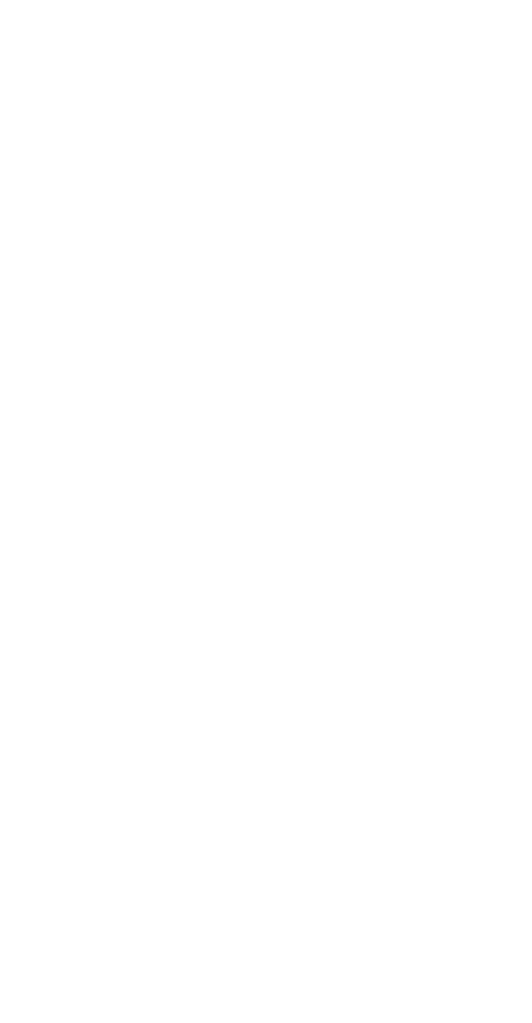
<source format=gbo>
G04 CAM350 V9.5 (Build 208) Date:  Fri Dec 30 15:14:26 2016 *
G04 Database: (Untitled) *
G04 Layer 12: DRL *
%FSTAX35Y35*%
%MOIN*%
%SFA1.000B1.000*%

%MIA0B0*%
%IPPOS*%
%LNDRL*%
%LPD*%
G54D19*
X0003339Y0003339D03*
X0003039Y0004039D03*
X0003339Y0004739D03*
X0003425Y0005506D03*
X0004039Y0005039D03*
X0004739Y0004739D03*
X0005259Y0005079D03*
X0005239Y0005419D03*
X0005979Y0005439D03*
Y0005089D03*
X0006329D03*
X0005509Y0004829D03*
X0005899Y0004019D03*
X0005039Y0004039D03*
X0004739Y0003339D03*
X0004039Y0003039D03*
X0007577Y0003117D03*
X0007629Y0004749D03*
Y0005069D03*
Y0005389D03*
X0008596Y00048D03*
X0008559Y0006069D03*
X0009559D03*
X0010889Y0005749D03*
Y0005429D03*
Y0005109D03*
X0011429Y0004329D03*
X0011759D03*
X0012259Y0004749D03*
Y0005079D03*
X0013579Y0005119D03*
Y0005439D03*
Y0004799D03*
X0013586Y0003111D03*
X0015589Y0003124D03*
Y0004749D03*
Y0005079D03*
X0016249Y0006299D03*
X0017289Y0005529D03*
X0017619D03*
X0018209Y0005089D03*
Y0004759D03*
X0019529Y0005199D03*
Y0005529D03*
X0020539Y0006119D03*
X0021539Y0006059D03*
X0019554Y0003155D03*
X0017636Y0003532D03*
X0014589Y0006139D03*
X0009595Y0003109D03*
X0022839Y0004388D03*
X0023189Y0005409D03*
X0023519D03*
X0024502Y00054D03*
X0025583Y0005405D03*
X0026688Y000537D03*
X0027806Y0005404D03*
X0028579Y0005419D03*
X0028909D03*
X0029451Y0004705D03*
X0028631Y0004105D03*
X0030566Y0003112D03*
X0032532Y0003147D03*
X003155Y0004675D03*
X0031539Y0006109D03*
X0032539Y0006139D03*
X0033889Y0005129D03*
X0033559Y0004758D03*
X0034349Y0004339D03*
X0034679D03*
X0035489Y0004749D03*
Y0005079D03*
X0036489Y0006029D03*
X0037489Y0006089D03*
X0037522Y000473D03*
X0036515Y0003138D03*
X0030539Y0005179D03*
Y0005509D03*
X0026624Y000315D03*
X0038492Y0003175D03*
X0039619Y0003248D03*
X0039588Y000476D03*
X0039489Y0006099D03*
X0038489Y0006089D03*
X0041099Y0006159D03*
X0042487Y0006343D03*
X0042039Y0005039D03*
X0042739Y0004739D03*
X0043039Y0004039D03*
X0042739Y0003339D03*
X0042039Y0003039D03*
X0041339Y0003339D03*
X0041039Y0004039D03*
X0041339Y0004739D03*
X0041009Y0006839D03*
X0040809Y0007089D03*
X0041019Y0007339D03*
X0041009Y0007839D03*
X0040809Y0008089D03*
X0041019Y0008339D03*
X0041009Y0008839D03*
X0040809Y0009089D03*
X0041019Y0009339D03*
X0041009Y0009839D03*
X0040809Y0010089D03*
X0041019Y0010339D03*
X0040961Y0011244D03*
X0040739Y0012069D03*
Y0012439D03*
Y0012799D03*
Y0013149D03*
X0040449Y0013399D03*
X0040099D03*
X0039259Y0013349D03*
X0038969Y0013659D03*
X0039259Y0013973D03*
X0038969Y0014279D03*
X0037819Y0014283D03*
X0038109Y0013973D03*
X0037819Y0013659D03*
X0038109Y0013349D03*
Y0012323D03*
X0037819Y0012013D03*
X0038109Y0011703D03*
X0037819Y0011389D03*
X0038969D03*
X0039259Y0011703D03*
X0038969Y0012009D03*
X0039259Y0012323D03*
X0040099Y0011839D03*
X0040439D03*
X0039807Y001064D03*
X0038949Y0009629D03*
X0039169Y0009409D03*
X0039489Y0007779D03*
Y0007449D03*
Y0006429D03*
X0038489Y0006419D03*
Y0007369D03*
Y0007699D03*
X0038519Y0008099D03*
X0038189D03*
X0037609Y0009859D03*
X0042419Y0009839D03*
X0042629Y0010089D03*
X0042429Y0010339D03*
Y0009339D03*
X0042629Y0009089D03*
X0042419Y0008839D03*
X0042429Y0008339D03*
X0042629Y0008089D03*
X0042419Y0007839D03*
X0042429Y0007339D03*
X0042629Y0007089D03*
X0042419Y0006839D03*
X0042819Y0011839D03*
X0042179Y0012099D03*
Y0012439D03*
Y0012789D03*
Y0013139D03*
X0042459Y0013399D03*
X0042829D03*
X0042477Y0013875D03*
X0042157D03*
X0042587Y0014185D03*
Y0014515D03*
X0042497Y0014845D03*
Y0015165D03*
Y0015485D03*
Y0015805D03*
X0042237Y0015995D03*
X0042199Y0016449D03*
X0041879Y0016729D03*
X0041539Y0016449D03*
X0041567Y0015995D03*
X0041287Y0015815D03*
Y0015485D03*
Y0015155D03*
X0041257Y0014835D03*
X0040937D03*
X0040817Y0014535D03*
X0040746Y0015537D03*
X0039888Y0015559D03*
X0040539Y0016719D03*
X0040869Y0016449D03*
X0041206Y0016725D03*
X0040329Y0017129D03*
X0040349Y0017559D03*
X0040379Y0018079D03*
X0040539Y0018605D03*
X0040869Y0018335D03*
X0041206Y0018599D03*
X0041539Y0018335D03*
X0041879Y0018605D03*
X0042199Y0018329D03*
X0042549Y0018605D03*
X0042279Y0019767D03*
X0042513Y0020566D03*
X0042999Y0021059D03*
X004204Y0021154D03*
X0041742Y0021919D03*
X0041353Y0021796D03*
X0040589Y0021939D03*
X0040743Y0021204D03*
X0040705Y0019736D03*
X0039056Y0019692D03*
X0037898Y0019315D03*
X0037886Y0018946D03*
X0039886Y0018435D03*
X0042546Y0016725D03*
X0042539Y0021909D03*
X0036652Y0019245D03*
X003607Y0019658D03*
X0036319Y0018529D03*
X0035413Y0018542D03*
X0035057Y0019171D03*
X003427Y0019355D03*
X0033478Y0019468D03*
X003311Y0019469D03*
X0032377Y0019495D03*
X0031589Y0019579D03*
X0031209Y0019588D03*
X0030699Y0019329D03*
X003047Y0018762D03*
X0030469Y0018379D03*
X0030659Y0017254D03*
X0031811Y0017077D03*
X0031719Y0017599D03*
X0032545Y0017194D03*
X003249Y0016831D03*
X0032125Y0016738D03*
X0032749Y0016449D03*
X0032889Y0017049D03*
X003425Y0017199D03*
X0034249Y0017579D03*
X0034333Y0018029D03*
X0034585Y0017779D03*
X0034139Y0016348D03*
X0035687Y0016294D03*
X0035684Y0015543D03*
X0035688Y0015148D03*
X0035177Y0014529D03*
X0033739D03*
Y0014179D03*
X0033439Y0014039D03*
X0032959D03*
X0032659Y0014189D03*
Y0014539D03*
X0032959Y0014679D03*
X0033439D03*
X0031889Y0014279D03*
X0032179Y0013973D03*
X0031889Y0013659D03*
X0032179Y0013349D03*
Y0012323D03*
X0031889Y0012009D03*
X0032179Y0011703D03*
X0031889Y0011389D03*
X0030739D03*
X0031029Y0011703D03*
X0030739Y0012013D03*
X0031029Y0012323D03*
Y0013349D03*
X0030739Y0013659D03*
X0031029Y0013973D03*
X0030739Y0014283D03*
X0029619Y0014138D03*
X0028939Y0013829D03*
X0028826Y0012562D03*
X0028393D03*
X002796D03*
X0027526D03*
X0027093D03*
Y0012129D03*
Y0011696D03*
X0027526D03*
Y0012129D03*
X002796D03*
Y0011696D03*
X0028393D03*
Y0012129D03*
X0028826D03*
Y0011696D03*
X0029705Y0011839D03*
Y0011529D03*
X0029699Y0012279D03*
X002971Y0012629D03*
X0029239Y0012673D03*
X0029089Y0015179D03*
X0029092Y0015543D03*
X0028596Y0016634D03*
X0028258Y0016693D03*
X0027185D03*
X0027216Y0016336D03*
X0026303Y0015851D03*
X0025919Y0015859D03*
X0025869Y0014649D03*
Y0014299D03*
X0026169Y0014149D03*
X0026649D03*
X0026949Y0014289D03*
Y0014639D03*
X0026649Y0014789D03*
X0026169D03*
X0024829Y0014269D03*
X0025119Y0013963D03*
X0024829Y0013649D03*
X0025119Y0013339D03*
Y0012313D03*
X0024829Y0011999D03*
X0025119Y0011693D03*
X0024829Y0011379D03*
X0024749Y0010459D03*
X0025139Y0010339D03*
X0025147Y0010019D03*
X0025139Y0009599D03*
X0024809D03*
X0024389Y0009539D03*
X0024079D03*
X0023749Y0010459D03*
X0023289Y0010239D03*
X0022959D03*
X0022849Y0009749D03*
X0022519D03*
X0022221Y0009889D03*
X0022509Y0009319D03*
Y0008979D03*
X0022329Y0008409D03*
X0022319Y0008099D03*
X0022799D03*
Y0008419D03*
X0023079Y0008599D03*
X0024369Y0007909D03*
Y0007579D03*
X0023299Y0006539D03*
X0022111Y0007429D03*
X0026009Y0008099D03*
Y0008419D03*
X0025729Y0008599D03*
X0026489Y0008409D03*
Y0008099D03*
X0026707Y0007429D03*
X0027033D03*
X002736D03*
X0027687D03*
X0028187D03*
X0028523D03*
X002886D03*
X0029197D03*
X0029399Y0008099D03*
Y0008409D03*
X0029589Y0008979D03*
Y0009319D03*
X0029619Y0009689D03*
X0029959D03*
X0030019Y0010059D03*
Y0010309D03*
X0030399Y0009689D03*
X00308Y0009713D03*
X0031429Y0010189D03*
X0032279Y0010199D03*
Y0009869D03*
X0032749Y0009339D03*
Y0009009D03*
X0032909Y0008409D03*
X0033209D03*
X0033799Y0008958D03*
Y0009298D03*
X0033829Y0010069D03*
X0033569Y0009899D03*
X0033289Y0009759D03*
X0034265Y0010069D03*
Y0010339D03*
X0034869Y0010399D03*
Y0010139D03*
X0035239D03*
X0035229Y0010399D03*
X0035885Y0010329D03*
Y0010049D03*
X0036395Y0009889D03*
X0036699Y0009789D03*
X0037015D03*
X0037039Y0009319D03*
Y0008989D03*
X0037035Y0008021D03*
X0037365D03*
X0037049Y0007329D03*
X0036637Y0007409D03*
X003631D03*
X0035983D03*
X0035657D03*
X0035678Y000787D03*
X0034853Y0007905D03*
X003484Y0007409D03*
X0035167D03*
X0034513D03*
X0034209D03*
X0034739Y0006509D03*
X0035069D03*
X0035292Y0008706D03*
X0035481Y0011696D03*
X0035048D03*
X0034615D03*
X0034182D03*
Y0012129D03*
Y0012562D03*
X0034615D03*
Y0012129D03*
X0035048D03*
Y0012562D03*
X0035481D03*
Y0012129D03*
X0035914D03*
Y0011696D03*
Y0012562D03*
X0036326Y0012673D03*
X0036798Y0012629D03*
Y0012129D03*
X0036719Y0011549D03*
X0037198Y0011548D03*
X0037219Y0010469D03*
Y0010159D03*
X0037489Y0006419D03*
X0032539Y0006469D03*
X0031539Y0006439D03*
X0031269Y0007559D03*
Y0007889D03*
X0031589Y0008849D03*
Y0009179D03*
X0029349Y0009859D03*
X0028797Y0010049D03*
Y0010329D03*
X0028141Y0010399D03*
Y0010139D03*
X0027781D03*
Y0010399D03*
X0027177Y0010339D03*
Y0010069D03*
X0026709Y0010049D03*
X0026439Y0009899D03*
X0026169Y0009719D03*
X0026319Y0009319D03*
Y0008979D03*
X0027985Y0008679D03*
X0028324Y0008096D03*
X0027608Y0008088D03*
X0026212Y0012409D03*
Y0012719D03*
X0023969Y0012313D03*
X0023679Y0012003D03*
X0023969Y0011693D03*
X0023679Y0011379D03*
X0023109Y0011459D03*
X0022619Y0011529D03*
Y0011839D03*
X0022579Y0012269D03*
X0022624Y0012629D03*
X0022157Y0012683D03*
X0023289Y0013039D03*
Y0013789D03*
X0022901Y0013795D03*
X0022539Y0014131D03*
X0021979Y0014346D03*
X0023679Y0014273D03*
X0023969Y0013963D03*
X0023679Y0013649D03*
X0023969Y0013339D03*
X0023289Y0012289D03*
X0023079Y0015969D03*
X0022439Y0015869D03*
X0024089Y0016064D03*
Y0017875D03*
X0023858Y001867D03*
X0023856Y0019143D03*
X0024502Y0019001D03*
X0024501Y0018701D03*
X0024873Y0018536D03*
X002551Y0018264D03*
X0025893Y0018262D03*
X0025762Y001759D03*
X0026047Y0017396D03*
X0024995Y0016969D03*
X0023184D03*
X0023263Y0018422D03*
X0023268Y0018773D03*
X0023087Y0020548D03*
X0023085Y0020916D03*
X0024047Y0020918D03*
X0024048Y0020551D03*
X0024629Y0020599D03*
X0024482Y00214D03*
X0024851Y0021401D03*
X0025616Y0019415D03*
X0028819Y0019529D03*
X0028836Y0019903D03*
X0029219Y0019769D03*
X0029599D03*
X003002Y0019628D03*
X0030128Y0020132D03*
X0031064Y0020363D03*
X0030768Y0021134D03*
X0028219Y0021799D03*
X0028374Y0020206D03*
X0028809Y0018529D03*
X0032367Y001862D03*
X0032371Y0018236D03*
X0032907Y0020037D03*
X0033861Y0021359D03*
X0037594Y001795D03*
X0037542Y0016278D03*
X0037323Y0016014D03*
X0037069Y0015159D03*
X0037065Y0014818D03*
X0036709Y0014113D03*
X0036029Y0013829D03*
X0033301Y0012719D03*
Y0012409D03*
X0032659Y0012569D03*
X0031749Y0016089D03*
X0028088Y0014627D03*
X0021729Y0014849D03*
X0021026Y0014591D03*
X0021859Y0013829D03*
X002174Y0012562D03*
X0021307D03*
X0020874D03*
X002044D03*
X0020007D03*
Y0012129D03*
Y0011696D03*
X002044D03*
Y0012129D03*
X0020874D03*
Y0011696D03*
X0021307D03*
Y0012129D03*
X002174D03*
Y0011696D03*
X0021711Y0010329D03*
Y0010049D03*
X0021055Y0010139D03*
Y0010399D03*
X0020695D03*
Y0010139D03*
X0020091Y0010069D03*
Y0010339D03*
X0019609Y0010029D03*
X0019379Y0009799D03*
X0019069Y0009719D03*
X0019239Y0009319D03*
Y0008979D03*
X0019399Y0008409D03*
Y0008099D03*
X0018929D03*
Y0008419D03*
X0018649Y0008599D03*
X0018039Y0009399D03*
X0018021Y0009859D03*
Y0010189D03*
X0017529Y0010079D03*
X0016869Y0010069D03*
Y0009759D03*
X0016809Y0010419D03*
Y0011019D03*
X0016859Y0011389D03*
Y0011703D03*
X0016569Y0012013D03*
X0016859Y0012323D03*
Y0013349D03*
X0016569Y0013659D03*
X0016859Y0013973D03*
X0016569Y0014283D03*
X001576Y0013833D03*
X0014759Y0013829D03*
X0014988Y0014461D03*
X001439Y0014773D03*
X0013039Y0014409D03*
X0012819Y0014189D03*
X0012549Y0014299D03*
Y0013919D03*
X0012259Y0014569D03*
X0011799Y0014359D03*
X0011499Y0014219D03*
Y0013869D03*
X0011799Y0013719D03*
X0011584Y0013125D03*
X0012029Y0012719D03*
Y0012409D03*
X0012916Y0012562D03*
Y0012129D03*
Y0011696D03*
X0013349D03*
Y0012129D03*
Y0012562D03*
X0013782D03*
Y0012129D03*
Y0011696D03*
X0014215D03*
Y0012129D03*
Y0012562D03*
X0014649D03*
Y0012129D03*
Y0011696D03*
X0015528Y0011839D03*
Y0011529D03*
X0016124Y0011535D03*
X0015519Y0012249D03*
X0015532Y0012629D03*
X0015064Y0012673D03*
X0015029Y0010289D03*
X0015119Y0009969D03*
X0015399Y0009789D03*
X0015409Y0009389D03*
Y0009049D03*
X0015319Y0008659D03*
Y0008309D03*
X0016059Y0008369D03*
X0015809Y0008619D03*
X0017289Y0008709D03*
X0017429Y0009069D03*
Y0009399D03*
X0017719Y0011389D03*
X0018009Y0011703D03*
X0017719Y0012009D03*
X0018009Y0012323D03*
X0018549Y0012339D03*
X0019128Y0012419D03*
Y0012729D03*
X0018539Y0013039D03*
X0018009Y0013349D03*
X0018007Y0013767D03*
X0017731Y0013544D03*
X0017725Y0014139D03*
X0018161Y0014406D03*
X0018539Y0014349D03*
Y0013999D03*
X0018839Y0013849D03*
X0019319D03*
X0019619Y0013989D03*
Y0014339D03*
X0019319Y0014489D03*
X0018839D03*
X0019798Y0015249D03*
X0020904Y0018553D03*
X0021028Y0018879D03*
X0021409Y0018889D03*
X0021413Y0019247D03*
X0018734Y0019311D03*
X0018141Y0019305D03*
X0018149Y0019023D03*
X0018298Y0020989D03*
X0017929D03*
X0017829Y0021489D03*
X0018188Y002149D03*
X0018556Y0021489D03*
X0018969Y0020919D03*
Y0020549D03*
X001981Y0020548D03*
X0019809Y0020915D03*
X0020206Y0021436D03*
X0020776Y002155D03*
X0021101Y0021952D03*
X0015897Y0021763D03*
X0015613Y002176D03*
X001531Y002192D03*
X0012971Y0021978D03*
X0009635Y0021684D03*
X0008986Y0021594D03*
X0008291Y0021589D03*
X0007608Y0021585D03*
X0006955Y0021403D03*
X0006969Y0020679D03*
X0007431Y0019958D03*
X0008033Y0018401D03*
X0009914Y0018798D03*
X0010271Y0018847D03*
X0010128Y0019422D03*
X000963Y0019506D03*
X0009772Y0019166D03*
X0010734Y0019529D03*
X0011079Y0019536D03*
X0012094Y0018768D03*
X0012029Y0017084D03*
X0013875Y0017105D03*
X0014403Y001867D03*
X0014635Y0018937D03*
X0014992Y0018681D03*
X0015478Y0018599D03*
X0015498Y0019278D03*
X0015218Y001928D03*
X0016469Y0019719D03*
X0013213Y0015344D03*
X0011852Y0015328D03*
X0010408Y0015211D03*
X0010669Y0014519D03*
X0010959Y0014213D03*
X0010669Y0013899D03*
X0010959Y0013589D03*
Y0012563D03*
X0010669Y0012249D03*
X0010959Y0011943D03*
X0010669Y0011629D03*
X0010889Y0010939D03*
X0010939Y0010229D03*
Y0009929D03*
X0010969Y0009569D03*
X0010459Y0009709D03*
Y0009379D03*
X0010169Y0010649D03*
X0009118Y0010399D03*
X0008539Y0010279D03*
X0008439Y0009939D03*
X0008379Y0009439D03*
X0008119Y0009639D03*
X0007879Y0009869D03*
X0007351Y0010049D03*
Y0010329D03*
X0006695Y0010399D03*
Y0010139D03*
X0006509Y0008696D03*
X0006923Y0008137D03*
X0006759Y0007429D03*
X0007096D03*
X0007433D03*
X0007769D03*
X0007991Y0008259D03*
X0008231Y0008019D03*
X0008381Y0008699D03*
X0008139Y0008941D03*
X0009049Y0008329D03*
Y0007979D03*
Y0007649D03*
Y0007319D03*
X0008559Y0006389D03*
X0009559D03*
X0009699Y0008489D03*
X0009369D03*
X0011229Y0008529D03*
X0011559D03*
X0011769Y0008279D03*
X0012289Y0008389D03*
X0012299Y0008049D03*
X0012529Y0007429D03*
X0012856D03*
X0013183D03*
X0013509D03*
X0014009D03*
X0014346D03*
X0014683D03*
X0015019D03*
X0014305Y000801D03*
X0013382Y0008045D03*
X0013781Y0008777D03*
X0013604Y0010139D03*
Y0010399D03*
X0013964D03*
Y0010139D03*
X0014619Y0010049D03*
Y0010329D03*
X0012999Y0010339D03*
Y0010069D03*
X0012589Y0010289D03*
X0012429Y0009979D03*
X0012119Y0009819D03*
X0012149Y0009269D03*
Y0008929D03*
X0014589Y0006469D03*
X0018629Y0006554D03*
X0019621Y0007429D03*
X0019947D03*
X0020274D03*
X0020601D03*
X0021101D03*
X0021437D03*
X0021774D03*
X0021288Y0007955D03*
X0020448Y0007958D03*
X0020882Y0008701D03*
X0020539Y0006449D03*
X0009519Y0011629D03*
X0009119Y0011779D03*
X0008739Y0011856D03*
X0008259Y0011839D03*
Y0011529D03*
X000738Y0011696D03*
X0006947D03*
X0006514D03*
Y0012129D03*
Y0012562D03*
X0006947D03*
Y0012129D03*
X000738D03*
Y0012562D03*
X0007789Y0012669D03*
X0007799Y0014179D03*
X0008179Y0014134D03*
X0007154Y0014184D03*
X0006886Y0014878D03*
X0006419Y0016423D03*
X0008486Y0016295D03*
X0009169Y0016258D03*
X0009519Y0014523D03*
X0009809Y0014213D03*
X0009519Y0013899D03*
X0009809Y0013589D03*
Y0012563D03*
X0009519Y0012253D03*
X0008989Y0012289D03*
X0009809Y0011943D03*
X0006081Y0012129D03*
X0005648D03*
Y0011696D03*
X0006081D03*
Y0012562D03*
X0005648D03*
X0004759Y0012679D03*
Y0012369D03*
X0003858Y0012142D03*
X0003708Y0011842D03*
X0003358D03*
X0003218Y0012142D03*
Y0012622D03*
X0003368Y0012922D03*
X0003718D03*
X0003858Y0012622D03*
X0003844Y001359D03*
Y0015401D03*
X0003757Y0016403D03*
X0003021Y0016629D03*
Y0017059D03*
X0003677Y0018277D03*
X0004731Y0019169D03*
X0004751Y0019609D03*
X000575Y0019821D03*
X0005787Y0018277D03*
X0005887Y0015199D03*
X0004965Y0015573D03*
X0004749Y0014496D03*
X0002938D03*
X0003609Y0010539D03*
X0003519Y0010189D03*
Y0009869D03*
X0003559Y0009539D03*
X0003239D03*
X0003859Y0008079D03*
X0004189D03*
X0004669Y0007879D03*
X0004899Y0008122D03*
X0004709Y0008758D03*
X0004399Y0008599D03*
X0004819Y0010159D03*
X0005109Y0009939D03*
X0005319Y0010239D03*
X0005731Y0010339D03*
Y0010069D03*
X0006335Y0010139D03*
Y0010399D03*
X0006092Y000812D03*
X0006241Y0007429D03*
X0005914D03*
X0005587D03*
X0005261D03*
X0005311Y0021449D03*
X0005921Y0021589D03*
X0006341Y0021569D03*
X0004662Y0021579D03*
X0003605Y0021886D03*
X0003021Y0020459D03*
Y0020019D03*
X0003041Y0022283D03*
X0003049Y0022629D03*
X0004105Y0022661D03*
X0003575Y0023222D03*
X0003586Y0024065D03*
X0003572Y0024982D03*
X0003564Y0025922D03*
Y0026825D03*
X0003573Y0027703D03*
X0003566Y002856D03*
X0003019Y0029159D03*
X0003619Y0029903D03*
X0004339Y0030322D03*
X0004343Y0030931D03*
X0004329Y0031549D03*
X0005316Y0031807D03*
X0005391Y0031238D03*
X0005335Y0029838D03*
X0004796Y0030063D03*
X0005055Y002934D03*
X0005887Y0029346D03*
X0006044Y0030003D03*
X0004429Y0029039D03*
X0003447Y0032058D03*
X0002989Y0033929D03*
X0003059Y0035429D03*
Y0035859D03*
X000358Y0036248D03*
X0005729Y0036142D03*
X0005412Y0037322D03*
X0005814Y0037554D03*
X0006229Y0034495D03*
X0004841Y0034374D03*
X0005324Y0033589D03*
X0006229Y0032684D03*
X0006028Y0023207D03*
X0006825Y0023188D03*
X0007057Y0022511D03*
X0007573Y002251D03*
X0007933Y0022511D03*
X0008317Y002251D03*
X0008711Y002252D03*
X0009223Y002259D03*
X0009569Y0022179D03*
X0009608Y0023162D03*
X0010012Y002314D03*
X0010768Y0023148D03*
X0011077Y0023325D03*
X0010819Y0022479D03*
X0012267Y0022984D03*
X0012604Y0023063D03*
X0013893Y0023077D03*
X0013908Y0022274D03*
X0013399Y0022289D03*
X0015488Y0022545D03*
X0015792Y0022546D03*
X0015572Y0023033D03*
X0015377Y002334D03*
X0015579Y0023535D03*
X0015111Y0023797D03*
X0015331Y0024019D03*
X0015319Y0024379D03*
X0015257Y0025239D03*
X0015247Y0026023D03*
X0015653Y0026048D03*
X0016006Y0026047D03*
X0015939Y0026699D03*
X0015829Y0027089D03*
Y0027469D03*
X0014874Y00274D03*
X0013695Y0027378D03*
X0013669Y0026889D03*
X0013792Y002638D03*
X001416Y0026359D03*
X0013298Y0026319D03*
X0013061Y0025063D03*
X0012329Y0025719D03*
X0011931Y0025757D03*
X0011581Y0025786D03*
X0010376Y002651D03*
X0010362Y0027303D03*
X0009339Y0027699D03*
X0009329Y0025619D03*
X0008551Y0025066D03*
X0008501Y0024566D03*
X0009169Y0024386D03*
X0007859Y0024149D03*
X0007482Y0023628D03*
X0007982Y0023051D03*
X0006505Y0022502D03*
X0006729Y0028197D03*
X0006679Y0028567D03*
X0006699Y0028937D03*
X0006654Y0029572D03*
X0007292Y003019D03*
X0007774Y0030677D03*
X0008444Y0031357D03*
X0009049Y0031189D03*
X0009019Y0030809D03*
X0008669Y0030199D03*
X0008634Y0032665D03*
X000864Y0033008D03*
X0008791Y0033329D03*
X0009312Y0033154D03*
X0009694Y0033146D03*
X0010784Y00332D03*
X0010149Y003422D03*
X0010055Y0034587D03*
X0010272Y0035187D03*
X001094Y0034705D03*
X0011404Y0035061D03*
X0011699Y0035059D03*
X0011994D03*
X0012289D03*
X0012585D03*
X0012989Y0035049D03*
X0012229Y0035519D03*
X0011739Y0035509D03*
X0011839Y003636D03*
Y003676D03*
Y003716D03*
Y003756D03*
X0011439D03*
Y003716D03*
Y003676D03*
Y003636D03*
X0012239D03*
X0012639D03*
X0013039D03*
Y003676D03*
X0012639D03*
Y003716D03*
X0013039D03*
Y003756D03*
X0012639D03*
X0012239D03*
Y003716D03*
Y003676D03*
X0010899Y0036999D03*
X0010557Y0036437D03*
X0009054Y003636D03*
X0008654D03*
Y003676D03*
X0009054D03*
Y003716D03*
X0008654D03*
Y003756D03*
X0009054D03*
X0008254D03*
X0007854D03*
X0007454D03*
Y003716D03*
X0007854D03*
Y003676D03*
X0007454D03*
Y003636D03*
X0007854D03*
X0008254D03*
Y003676D03*
Y003716D03*
X0008249Y0035509D03*
X0007759D03*
Y0035059D03*
X0007359D03*
X000726Y0035513D03*
X0008159Y0035059D03*
X0008559D03*
X0009004Y0035036D03*
X000883Y0034119D03*
X0007615Y0034258D03*
X0007719Y0033283D03*
X0007704Y0032888D03*
X0007699Y0032504D03*
X0007135Y0033589D03*
X0006556Y0031031D03*
X0007459Y0028567D03*
X0010209Y0031557D03*
X0010205Y0031974D03*
X0011949Y0032529D03*
X0013178Y0033245D03*
X0013679Y0031949D03*
X0014407Y003142D03*
X0014812Y0031418D03*
X0015083Y0032038D03*
X0014412Y0032538D03*
X0015184Y003319D03*
X0015921Y0032561D03*
X0016393Y0032248D03*
X0015914Y0031663D03*
X0015396Y0030995D03*
X0015527Y0030168D03*
X0015297Y0029988D03*
Y0029698D03*
X0015537Y0029528D03*
X0016149Y0029529D03*
X0016379Y0029709D03*
Y0029999D03*
X0016139Y0030169D03*
X0017077Y0029693D03*
X0017432Y0029695D03*
X0017067Y0028992D03*
X001768Y002848D03*
X0017839Y0027062D03*
X0017819Y0026077D03*
X0018189Y0026071D03*
X0018557D03*
X0018364Y0026552D03*
X0018728Y0026877D03*
X001873Y0027236D03*
X0019714Y0027234D03*
Y0027591D03*
X0019744Y0026711D03*
X0020315Y0027083D03*
X002089Y0027235D03*
X0020887Y0026889D03*
X0020899Y0027578D03*
X0021683Y0027233D03*
Y0026878D03*
X0021686Y0026529D03*
X0021877Y0025821D03*
X0021105Y0025602D03*
X0020888Y0024807D03*
X002032Y0024783D03*
X0020314Y0023815D03*
X0020902Y0023837D03*
X0020891Y0023303D03*
X0020778Y0022716D03*
X0020207Y0022367D03*
X0020216Y0023204D03*
X0018936Y0023416D03*
X0018559Y0023243D03*
X0017891Y0023309D03*
X0017873Y0023715D03*
X0018187Y0023716D03*
X0018188Y002268D03*
X0017821Y0022681D03*
X0019235Y0022383D03*
X0019318Y0024789D03*
X0018465Y002477D03*
X0017853Y0024768D03*
X0016637Y0024002D03*
X0015Y0023205D03*
X0016429Y0026419D03*
X0019325Y0026072D03*
X0020315Y0026013D03*
X0021751Y0023837D03*
X0021768Y0022624D03*
X0021508Y0029506D03*
X0021002Y0029193D03*
X0020895Y0029999D03*
X001913Y0030075D03*
Y0029722D03*
X0019109Y0029309D03*
X0018319Y0030179D03*
X0018356Y0030794D03*
X0018869Y0031224D03*
X0019312Y0030959D03*
X0019549Y0030679D03*
X0019461Y0031705D03*
X0020129Y0031719D03*
X0020632Y0031722D03*
X0021126D03*
X0021627Y0031719D03*
X0021378Y0032648D03*
X001984Y0032582D03*
X0019842Y0032234D03*
X0019838Y0032942D03*
X0019402Y0032553D03*
X0017592Y0032574D03*
X0017529Y0031068D03*
X0017103Y0030777D03*
X0014807Y0030472D03*
X0014396Y0030467D03*
X0014398Y0030122D03*
X0014848Y0029002D03*
X0014939Y0034699D03*
X0015429Y0035069D03*
X0015724D03*
X001602D03*
X0016315D03*
X001661D03*
X0016999Y0035057D03*
X0016259Y0035499D03*
X0015729Y0035509D03*
X0015849Y003636D03*
Y003676D03*
Y003716D03*
Y003756D03*
X0015449D03*
Y003716D03*
Y003676D03*
Y003636D03*
X0016249D03*
X0016649D03*
X0017049D03*
Y003676D03*
X0016649D03*
Y003716D03*
X0017049D03*
Y003756D03*
X0016649D03*
X0016249D03*
Y003716D03*
Y003676D03*
X0014909Y0036999D03*
X0014593Y0036447D03*
X0014287Y0035197D03*
X0016544Y0033706D03*
X0018626Y0034025D03*
X0018983Y0034022D03*
X0018981Y0034367D03*
X001898Y0034738D03*
X0018961Y0035439D03*
X0018581Y0035449D03*
X0018951Y0036739D03*
X0019926Y0036966D03*
X0020481Y0036879D03*
X0021857Y0037343D03*
X0023119Y0037539D03*
X0024039D03*
X0024004Y003676D03*
X0024404D03*
Y003636D03*
X0024004D03*
Y003596D03*
X0024404D03*
Y003556D03*
X0024004D03*
X0023539Y0035539D03*
X0023529Y0036059D03*
X0023539Y0036539D03*
X0023009Y0036199D03*
X0022514Y0036206D03*
X0024804Y003636D03*
X0025204D03*
Y003596D03*
Y003556D03*
X0025604D03*
Y003596D03*
Y003636D03*
Y003676D03*
X0025204D03*
X0024804D03*
Y003596D03*
Y003556D03*
X0024809Y0034699D03*
X0024289D03*
X0024337Y0034249D03*
X0024641D03*
X0024945D03*
X0025249D03*
X0026319Y0034174D03*
Y0033762D03*
Y0033349D03*
X0026609Y0033339D03*
X0027329Y0033429D03*
Y0033752D03*
Y0034164D03*
Y0034577D03*
Y0034989D03*
X0026609Y0034999D03*
X0026319D03*
Y0034587D03*
X0025814Y0034928D03*
X0026039Y0035539D03*
X0026529Y0035359D03*
X0027039Y0035539D03*
Y0036539D03*
Y0037539D03*
X0027999Y0037549D03*
X0028329Y0037369D03*
Y0036829D03*
X0028039Y0036539D03*
X0028609Y0035959D03*
X0028919Y0035159D03*
X0028539Y0034609D03*
Y0034129D03*
Y0033709D03*
X0028829Y0033229D03*
X0028744Y0032856D03*
X0028421Y0032785D03*
X0028197Y0032561D03*
X0028042Y0033181D03*
X0027159Y0032719D03*
X002624Y0032333D03*
X0026438Y0031684D03*
X0026743Y0031478D03*
X0027237Y0031453D03*
X0027077Y0030561D03*
Y0030128D03*
X0026644D03*
Y0030561D03*
X0025559Y0030539D03*
Y0030049D03*
X0026202Y0029686D03*
X0026596Y0029342D03*
X002685Y0029085D03*
X0027136Y0028789D03*
X0027323Y002935D03*
X002753Y0029793D03*
X0028172Y0030292D03*
X0028841Y0030586D03*
X0028835Y0030958D03*
X0028866Y0031305D03*
X0029199Y0031451D03*
X0029196Y0031747D03*
X0029108Y0032352D03*
X0029799Y0032429D03*
X0029809Y0032979D03*
X0029287Y0033025D03*
X0030289Y0033786D03*
X0031129Y0032249D03*
X0031559Y0031939D03*
X0031139Y0031399D03*
X0031669Y0031009D03*
X0031069Y0030369D03*
Y0029949D03*
X0031699Y0029689D03*
X0029949Y0029879D03*
Y0030359D03*
Y0030759D03*
X0032869Y0031439D03*
X0032639Y0032349D03*
X0033689Y0031979D03*
X0034369Y0031839D03*
X0034434Y0032424D03*
X0033974Y0033729D03*
X0032606Y0033974D03*
X0032728Y0035395D03*
X0033741Y0035471D03*
X0034329Y0035629D03*
X0035315Y0035432D03*
X003607Y0035303D03*
X0037079Y0035399D03*
X0037559Y0035029D03*
X0036849Y0034529D03*
X003623Y0033727D03*
X0035929Y0031999D03*
X0036489Y0031769D03*
X0036889Y0031979D03*
X0037369Y0031989D03*
X0037132Y003242D03*
X0035899Y0031069D03*
X0035749Y0030249D03*
X0035029Y0029809D03*
X0034349Y0030389D03*
X0033689Y0029799D03*
X0033169Y0030199D03*
X0031178Y0028001D03*
X0029258Y002684D03*
X0029264Y0024144D03*
X0028835Y0024149D03*
X0029019Y0023305D03*
X0029185Y0022917D03*
X0028218Y0022748D03*
X0030483Y0022737D03*
X003049Y0023115D03*
X003044Y0023919D03*
X0030437Y0024745D03*
X0032061Y0023823D03*
X0032071Y0023342D03*
X003237Y0022736D03*
X0031104Y0022735D03*
X00333Y0023305D03*
X0033342Y0023877D03*
X0034029Y0023289D03*
X0034827Y0023528D03*
X0035835Y0023288D03*
X0035634Y0024229D03*
X0035257Y0025132D03*
X0034245Y0024406D03*
X0037154Y0023852D03*
X0037077Y0023273D03*
X0035614Y0026809D03*
X0026511Y0026153D03*
X0026152Y0026155D03*
X0026153Y0025468D03*
X0026508Y0025467D03*
X0026729Y0025019D03*
X0026669Y0024459D03*
X0026469Y0023938D03*
X0026305Y0023322D03*
X0026161Y0022316D03*
X002636Y0022116D03*
X0024851Y0022047D03*
X0024481Y0022049D03*
Y0022729D03*
X002485Y002273D03*
X002411Y0022713D03*
X0023743Y002266D03*
X0023739Y0022037D03*
X0023742Y0023522D03*
X0024111Y0023523D03*
X0024478Y0023522D03*
X0024851D03*
X0024114Y0024117D03*
X0023743Y0024516D03*
X0023175Y0024113D03*
X0022552Y0024574D03*
X0022431Y0023272D03*
X0023418Y0025503D03*
X0023432Y0026529D03*
X0023433Y002688D03*
X0023442Y0027234D03*
X0022881Y0027236D03*
Y0027586D03*
X0022368Y0027235D03*
X0022367Y0026882D03*
X0022369Y0026533D03*
X0024159Y0026372D03*
X0024589Y0026089D03*
Y0026777D03*
X0024129Y0027189D03*
X0024127Y0027544D03*
X0024055Y0029045D03*
X0023589Y002951D03*
X0023189Y0029509D03*
X0023185Y0029837D03*
X0022789Y0029459D03*
Y0029149D03*
X0022409Y0029229D03*
X0022793Y0031123D03*
X0023489Y0031525D03*
X0023867Y0031527D03*
X0024104Y0030575D03*
X0024552Y003038D03*
X0025315Y003111D03*
X0025065Y0031639D03*
X0023676Y0032549D03*
X0022789Y0032509D03*
X0022792Y0032857D03*
X0022418Y0032913D03*
X0022795Y0033405D03*
X0023729Y0034249D03*
Y0034539D03*
Y0034829D03*
X0024033Y0034249D03*
X0025039Y0037539D03*
X0026039D03*
Y0036539D03*
X0027899Y0035369D03*
X0030097Y0036537D03*
X0032959Y0036379D03*
X0033009Y0037409D03*
X0032555Y0037116D03*
X0033709Y0037459D03*
X0034419Y0037429D03*
X0035019D03*
X0035629Y0037409D03*
X0037059Y0037369D03*
X002213Y0031727D03*
X0025805Y0027824D03*
X002676Y0025903D03*
X0024201Y0025226D03*
X003817Y0023938D03*
X003792Y0022749D03*
X0039781Y0022753D03*
Y0024064D03*
X0040639Y0024289D03*
X0040709Y0023799D03*
X0041437Y0023789D03*
X0041489Y0024289D03*
X0042159Y0024299D03*
X0042539D03*
Y0023809D03*
X0042146Y0023799D03*
X0041683Y0022844D03*
X0040821Y0024918D03*
X0040909Y0025629D03*
X0040329Y0025619D03*
X0039535Y0025681D03*
X0039429Y0027409D03*
X0039439Y0027799D03*
X0040249Y0027749D03*
X0039899Y0027399D03*
X0040439Y0027109D03*
X0040999Y0027099D03*
X0041319Y0026829D03*
X0041369Y0026359D03*
X0041279Y0025889D03*
X0042011Y0026412D03*
X0042429Y0027079D03*
X0042069Y0027469D03*
X0041759Y0027989D03*
X0041289Y0028019D03*
X0041259Y0028649D03*
X0041769Y0028659D03*
X004153Y0030589D03*
X0041525Y0031015D03*
X0041169Y0031158D03*
X0040757Y0031154D03*
X0040339Y0031151D03*
X0039968Y0031148D03*
X0039578Y0031151D03*
X0039779Y0031699D03*
X0039409Y0031739D03*
X0038889Y0031809D03*
X0038539Y0031989D03*
X0038069D03*
X0037729Y0031719D03*
X0037709Y0030359D03*
X0038899Y0032369D03*
X0038406Y0033084D03*
X0039739Y0033029D03*
X0040239D03*
X0040648Y0033035D03*
X0041019Y0033019D03*
X0041281Y0032721D03*
X0041309Y0032369D03*
X0041191Y0031786D03*
X0040769Y0031699D03*
X0040239Y0031719D03*
X0041208Y0030781D03*
X0041339Y0033899D03*
Y0034379D03*
Y0034819D03*
X0040749Y0035149D03*
X0040249Y0035139D03*
X0039669Y0035129D03*
X0039909Y0035699D03*
X0040249Y0035779D03*
X0040619Y0035669D03*
X0041069Y0035739D03*
X0041439Y0035699D03*
X0041269Y0036019D03*
X0041309Y0036369D03*
X0041629Y0036089D03*
X0041802Y0034353D03*
X0040739Y0033629D03*
X0040269Y0033619D03*
X0039699D03*
X0038477Y003456D03*
X0037729Y0035396D03*
Y0035799D03*
Y0036325D03*
X0037749Y0037389D03*
X0038439Y0037379D03*
X0039089Y0037209D03*
X0039849Y0037169D03*
X0040239Y0036969D03*
X0040509Y0037199D03*
X0042554Y0037308D03*
X0039099Y0036359D03*
X0039119Y0035659D03*
X0038319Y0026832D03*
X0040739Y0027459D03*
X0041894Y0038006D03*
Y0038406D03*
X0041424Y0038616D03*
X0041414Y0038996D03*
X0041705Y0039546D03*
X0042039Y0040539D03*
X0041339Y0040839D03*
X0041039Y0041539D03*
X0041339Y0042239D03*
X0042039Y0042539D03*
X0042739Y0042239D03*
X0043039Y0041539D03*
X0042739Y0040839D03*
X0042939Y0038999D03*
Y0038409D03*
Y0038009D03*
X0042739Y0043839D03*
X0043039Y0044539D03*
X0042739Y0045239D03*
X0042039Y0045539D03*
X0041339Y0045239D03*
X0041039Y0044539D03*
X0041339Y0043839D03*
X0042039Y0043539D03*
X0039619Y0043748D03*
X0038492Y0043675D03*
X0038521Y0042178D03*
X0038205Y0042177D03*
X003884D03*
X0039229Y0042174D03*
X0039459Y0041339D03*
X0039588Y004526D03*
X0039489Y0046599D03*
Y0046929D03*
X0038489Y0046919D03*
Y0046589D03*
Y0047869D03*
Y0048199D03*
X0038519Y0048599D03*
X0038189D03*
X0039489Y0048279D03*
Y0047949D03*
X0041019Y0047839D03*
X0040809Y0047589D03*
X0041009Y0047339D03*
X0041099Y0046659D03*
X0042487Y0046843D03*
X0042419Y0047339D03*
X0042629Y0047589D03*
X0042429Y0047839D03*
X0042419Y0048339D03*
X0042629Y0048589D03*
X0042429Y0048839D03*
X0042419Y0049339D03*
X0042629Y0049589D03*
X0042429Y0049839D03*
X0042419Y0050339D03*
X0042629Y0050589D03*
X0042429Y0050839D03*
X0041019D03*
X0040809Y0050589D03*
X0041009Y0050339D03*
X0041019Y0049839D03*
X0040809Y0049589D03*
X0041009Y0049339D03*
X0041019Y0048839D03*
X0040809Y0048589D03*
X0041009Y0048339D03*
X0039169Y0049909D03*
X0038949Y0050129D03*
X0037609Y0050359D03*
X0037819Y0051889D03*
X0038109Y0052203D03*
X0037819Y0052513D03*
X0038109Y0052823D03*
X0039259D03*
X0038969Y0052509D03*
X0039259Y0052203D03*
X0038969Y0051889D03*
X0040099Y0052339D03*
X0040439D03*
X0040739Y0052569D03*
Y0052939D03*
X0040961Y0051744D03*
X0039807Y005114D03*
X0042179Y0052599D03*
Y0052939D03*
X0042819Y0052339D03*
X0037198Y0052048D03*
X0036719Y0052049D03*
X0036798Y0052629D03*
Y0053129D03*
X0036326Y0053173D03*
X0035914Y0053062D03*
X0035481D03*
X0035048D03*
X0034615D03*
X0034182D03*
Y0052629D03*
Y0052196D03*
X0034615D03*
Y0052629D03*
X0035048D03*
Y0052196D03*
X0035481D03*
Y0052629D03*
X0035914D03*
Y0052196D03*
X0035885Y0050829D03*
Y0050549D03*
X0036395Y0050389D03*
X0036699Y0050289D03*
X0037015D03*
X0037039Y0049819D03*
Y0049489D03*
X0037035Y0048521D03*
X0037365D03*
X0037049Y0047829D03*
X0036637Y0047909D03*
X003631D03*
X0035983D03*
X0035657D03*
X0035678Y004837D03*
X0034853Y0048405D03*
X003484Y0047909D03*
X0035167D03*
X0034513D03*
X0034209D03*
X0034739Y0047009D03*
X0035069D03*
X0035489Y0045579D03*
Y0045249D03*
X0034679Y0044839D03*
X0034349D03*
X0033559Y0045258D03*
X0033889Y0045629D03*
X0032539Y0046639D03*
Y0046969D03*
X0031539Y0046939D03*
Y0046609D03*
X003155Y0045175D03*
X0030539Y0045679D03*
Y0046009D03*
X0028909Y0045919D03*
X0028579D03*
X0027806Y0045904D03*
X0026688Y004587D03*
X0025583Y0045905D03*
X0024502Y00459D03*
X0023519Y0045909D03*
X0023189D03*
X0023299Y0047039D03*
X0022799Y0048599D03*
Y0048919D03*
X0023079Y0049099D03*
X0022329Y0048909D03*
X0022319Y0048599D03*
X0022111Y0047929D03*
X0022509Y0049479D03*
Y0049819D03*
X0022519Y0050249D03*
X0022849D03*
X0022959Y0050739D03*
X0023289D03*
X0023749Y0050959D03*
X0023679Y0051879D03*
X0023969Y0052193D03*
X0023679Y0052503D03*
X0023969Y0052813D03*
X0023289Y0052789D03*
X0022579Y0052769D03*
X0022624Y0053129D03*
X0022157Y0053183D03*
X0022619Y0052339D03*
Y0052029D03*
X0023109Y0051959D03*
X0024829Y0051879D03*
X0025119Y0052193D03*
X0024829Y0052499D03*
X0025119Y0052813D03*
X0026212Y0052909D03*
Y0053219D03*
X0027093Y0053062D03*
Y0052629D03*
Y0052196D03*
X0027526D03*
Y0052629D03*
Y0053062D03*
X002796D03*
Y0052629D03*
Y0052196D03*
X0028393D03*
Y0052629D03*
Y0053062D03*
X0028826D03*
Y0052629D03*
Y0052196D03*
X0029705Y0052339D03*
Y0052029D03*
X0029699Y0052779D03*
X002971Y0053129D03*
X0029239Y0053173D03*
X0031029Y0052823D03*
X0030739Y0052513D03*
X0031029Y0052203D03*
X0030739Y0051889D03*
X0031889D03*
X0032179Y0052203D03*
X0031889Y0052509D03*
X0032179Y0052823D03*
X0032659Y0053069D03*
X0033301Y0053219D03*
Y0052909D03*
X0033289Y0050259D03*
X0033569Y0050399D03*
X0033829Y0050569D03*
X0034265D03*
Y0050839D03*
X0034869Y0050899D03*
Y0050639D03*
X0035239D03*
X0035229Y0050899D03*
X0035292Y0049206D03*
X0033799Y0049458D03*
Y0049798D03*
X0032749Y0049839D03*
Y0049509D03*
X0032909Y0048909D03*
X0033209D03*
X0031589Y0049349D03*
Y0049679D03*
X0031429Y0050689D03*
X0032279Y0050699D03*
Y0050369D03*
X00308Y0050213D03*
X0030399Y0050189D03*
X0029959D03*
X0029619D03*
X0029589Y0049819D03*
Y0049479D03*
X0029399Y0048909D03*
Y0048599D03*
X0029197Y0047929D03*
X002886D03*
X0028523D03*
X0028187D03*
X0027687D03*
X002736D03*
X0027033D03*
X0026707D03*
X0026489Y0048599D03*
Y0048909D03*
X0026009Y0048919D03*
Y0048599D03*
X0025729Y0049099D03*
X0026319Y0049479D03*
Y0049819D03*
X0026169Y0050219D03*
X0026439Y0050399D03*
X0026709Y0050549D03*
X0027177Y0050569D03*
Y0050839D03*
X0027781Y0050899D03*
Y0050639D03*
X0028141D03*
Y0050899D03*
X0028797Y0050829D03*
Y0050549D03*
X0029349Y0050359D03*
X0030019Y0050559D03*
Y0050809D03*
X0027985Y0049179D03*
X0028324Y0048596D03*
X0027608Y0048589D03*
X0024369Y0048409D03*
Y0048079D03*
X0024389Y0050039D03*
X0024079D03*
X0024809Y0050099D03*
X0025139D03*
X0025147Y0050519D03*
X0025139Y0050839D03*
X0024749Y0050959D03*
X0022221Y0050389D03*
X0022839Y0044888D03*
X0022378Y0042206D03*
X0022019Y0041459D03*
X0021999Y0041049D03*
X0022009Y0040659D03*
X0022959Y0039219D03*
X0022919Y0038559D03*
X0024039Y0038539D03*
X0025019Y0038559D03*
X0027379Y0038489D03*
X002816Y0038914D03*
X0030026Y0038752D03*
X0031993Y003869D03*
X0033179Y0038859D03*
X0033319Y0039779D03*
X0033973Y0040104D03*
X0034459Y004039D03*
X0034853D03*
Y0040784D03*
X0035246D03*
Y004039D03*
Y0041177D03*
X0034853D03*
X0034459D03*
Y0040784D03*
X0034582Y0041964D03*
X0032749Y0041752D03*
X0032169Y0041409D03*
X0031819Y0041399D03*
Y0041819D03*
X0031809Y0042249D03*
X0030869Y0042219D03*
Y0041799D03*
Y0041409D03*
X0030019Y0041419D03*
X0029649D03*
X0029319D03*
X0029309Y0041779D03*
X0029319Y0042149D03*
X0029649D03*
X0029999Y0042219D03*
X0029852Y0040717D03*
X0028434Y0040705D03*
X0027589Y0042179D03*
X0026444Y0042201D03*
X0026624Y004365D03*
X0028631Y0044605D03*
X0029451Y0045205D03*
X0030566Y0043612D03*
X0032532Y0043647D03*
X0036515Y0043638D03*
X0037522Y004523D03*
X0037489Y0046589D03*
Y0046919D03*
X0036489Y0046529D03*
X0037219Y0050659D03*
Y0050969D03*
X0031269Y0048389D03*
Y0048059D03*
X0034817Y0039689D03*
X0034909Y0039419D03*
Y0039079D03*
Y0038729D03*
Y0038399D03*
X0033849Y0038309D03*
X0036018Y0039959D03*
X0037459Y0041289D03*
X0026456Y0039784D03*
X002434Y0042206D03*
X0020355Y0042227D03*
X0020679Y0041439D03*
Y0041049D03*
Y0040669D03*
X0018009Y0040659D03*
X0017999Y0041049D03*
X0018019Y0041459D03*
X0018319Y0042255D03*
X0016339Y0042231D03*
X0016679Y0041439D03*
Y0041049D03*
Y0040669D03*
X0016719Y0039529D03*
X0018019Y0039509D03*
X0018444Y0038129D03*
X0020059Y0037909D03*
X0014909D03*
X0014434Y0038129D03*
X0014919Y0038779D03*
X0015009Y0039409D03*
X0014019Y0039509D03*
X0014009Y0040659D03*
X0013999Y0041049D03*
X0014019Y0041459D03*
X0014328Y0042199D03*
X0012311Y0042211D03*
X0012679Y0041439D03*
Y0041049D03*
Y0040669D03*
X0012719Y0039529D03*
X0011059Y0039429D03*
X0010929Y0038759D03*
X0010899Y0037909D03*
X0010449Y0038129D03*
X0010082Y0039649D03*
X0010009Y0040659D03*
X0009999Y0041049D03*
X0010019Y0041459D03*
X001027Y0042176D03*
X000834Y0042223D03*
X0008679Y0041439D03*
Y0041049D03*
Y0040669D03*
X0008695Y003964D03*
X0007099Y0039489D03*
X0007309Y0038149D03*
X0006699Y0038279D03*
X0007577Y0043617D03*
X0007629Y0045249D03*
Y0045569D03*
Y0045889D03*
X0008596Y00453D03*
X0008559Y0046569D03*
Y0046889D03*
X0009559D03*
Y0046569D03*
X0010889Y0046249D03*
Y0045929D03*
Y0045609D03*
X0011429Y0044829D03*
X0011759D03*
X0012259Y0045249D03*
Y0045579D03*
X0013579Y0045619D03*
Y0045939D03*
Y0045299D03*
X0013586Y0043611D03*
X0015589Y0043624D03*
Y0045249D03*
Y0045579D03*
X0016249Y0046799D03*
X0017289Y0046029D03*
X0017619D03*
X0018209Y0045589D03*
Y0045259D03*
X0019529Y0045699D03*
Y0046029D03*
X0020539Y0046619D03*
Y0046949D03*
X0020601Y0047929D03*
X0020274D03*
X0019947D03*
X0019621D03*
X0019399Y0048599D03*
Y0048909D03*
X0018929Y0048919D03*
Y0048599D03*
X0018649Y0049099D03*
X0019239Y0049479D03*
Y0049819D03*
X0019069Y0050219D03*
X0019379Y0050299D03*
X0019609Y0050529D03*
X0020091Y0050569D03*
Y0050839D03*
X0020695Y0050899D03*
Y0050639D03*
X0021055D03*
Y0050899D03*
X0021711Y0050829D03*
Y0050549D03*
X002174Y0052196D03*
X0021307D03*
X0020874D03*
X002044D03*
X0020007D03*
Y0052629D03*
Y0053062D03*
X002044D03*
Y0052629D03*
X0020874D03*
Y0053062D03*
X0021307D03*
Y0052629D03*
X002174D03*
Y0053062D03*
X0019128Y0052919D03*
X0018549Y0052839D03*
X0018009Y0052823D03*
X0017719Y0052509D03*
X0018009Y0052203D03*
X0017719Y0051889D03*
X0016859D03*
Y0052203D03*
X0016569Y0052513D03*
X0016859Y0052823D03*
X0016809Y0051519D03*
Y0050919D03*
X0016869Y0050569D03*
Y0050259D03*
X0017429Y0049899D03*
Y0049569D03*
X0017289Y0049209D03*
X0018039Y0049899D03*
X0018021Y0050359D03*
Y0050689D03*
X0017529Y0050579D03*
X0015399Y0050289D03*
X0015409Y0049889D03*
Y0049549D03*
X0015319Y0049159D03*
Y0048809D03*
X0016059Y0048869D03*
X0015809Y0049119D03*
X0015019Y0047929D03*
X0014683D03*
X0014346D03*
X0014009D03*
X0013509D03*
X0013183D03*
X0012856D03*
X0012529D03*
X0012299Y0048549D03*
X0012289Y0048889D03*
X0011769Y0048779D03*
X0011559Y0049029D03*
X0011229D03*
X0010969Y0050069D03*
X0010939Y0050429D03*
Y0050729D03*
X0010889Y0051439D03*
X0010669Y0052129D03*
X0010959Y0052443D03*
X0010669Y0052749D03*
X0010959Y0053063D03*
X0009809D03*
X0009519Y0052753D03*
X0008989Y0052789D03*
X0009119Y0052279D03*
X0008739Y0052356D03*
X0008259Y0052339D03*
Y0052029D03*
X000738Y0052196D03*
X0006947D03*
X0006514D03*
Y0052629D03*
Y0053062D03*
X0006947D03*
Y0052629D03*
X000738D03*
Y0053062D03*
X0007789Y0053169D03*
X0009809Y0052443D03*
X0009519Y0052129D03*
X0010169Y0051149D03*
X0010459Y0050209D03*
Y0049879D03*
X0009699Y0048989D03*
X0009369D03*
X0009049Y0048829D03*
Y0048479D03*
Y0048149D03*
Y0047819D03*
X0007769Y0047929D03*
X0007433D03*
X0007096D03*
X0006759D03*
X0006923Y0048637D03*
X0006509Y0049196D03*
X0006695Y0050639D03*
Y0050899D03*
X0007351Y0050829D03*
Y0050549D03*
X0007879Y0050369D03*
X0008119Y0050139D03*
X0008379Y0049939D03*
X0008439Y0050439D03*
X0008539Y0050779D03*
X0009118Y0050899D03*
X0008381Y0049199D03*
X0008139Y0049441D03*
X0007991Y0048759D03*
X0008231Y0048519D03*
X0012149Y0049429D03*
Y0049769D03*
X0012119Y0050319D03*
X0012429Y0050479D03*
X0012589Y0050789D03*
X0012999Y0050839D03*
Y0050569D03*
X0013604Y0050639D03*
Y0050899D03*
X0013964D03*
Y0050639D03*
X0014619Y0050549D03*
Y0050829D03*
X0015029Y0050789D03*
X0015119Y0050469D03*
X0015528Y0052029D03*
Y0052339D03*
X0015519Y0052749D03*
X0015532Y0053129D03*
X0015064Y0053173D03*
X0014649Y0053062D03*
X0014215D03*
X0013782D03*
X0013349D03*
X0012916D03*
Y0052629D03*
Y0052196D03*
X0013349D03*
Y0052629D03*
X0013782D03*
Y0052196D03*
X0014215D03*
Y0052629D03*
X0014649D03*
Y0052196D03*
X0016124Y0052035D03*
X0012029Y0052909D03*
Y0053219D03*
X0013781Y0049277D03*
X0013382Y0048545D03*
X0014305Y004851D03*
X0014589Y0046969D03*
Y0046639D03*
X0018629Y0047054D03*
X0020448Y0048458D03*
X0021288Y0048455D03*
X0021437Y0047929D03*
X0021101D03*
X0021774D03*
X0021539Y0046559D03*
X0020882Y0049201D03*
X0019554Y0043655D03*
X0017636Y0044032D03*
X0009595Y0043609D03*
X0005899Y0044519D03*
X0005039Y0044539D03*
X0004739Y0043839D03*
X0004039Y0043539D03*
Y0042539D03*
X0004739Y0042239D03*
X0005039Y0041539D03*
X0004739Y0040839D03*
X0004039Y0040539D03*
X0003339Y0040839D03*
X0003039Y0041539D03*
X0003339Y0042239D03*
Y0043839D03*
X0003039Y0044539D03*
X0003339Y0045239D03*
X0003425Y0046006D03*
X0004039Y0045539D03*
X0004739Y0045239D03*
X0005259Y0045579D03*
X0005239Y0045919D03*
X0005979Y0045939D03*
Y0045589D03*
X0006329D03*
X0005509Y0045329D03*
X0005587Y0047929D03*
X0005261D03*
X0005914D03*
X0006241D03*
X0006092Y004862D03*
X0004899Y0048622D03*
X0004669Y0048379D03*
X0004189Y0048579D03*
X0003859D03*
X0004399Y0049099D03*
X0004709Y0049258D03*
X0004819Y0050659D03*
X0005109Y0050439D03*
X0005319Y0050739D03*
X0005731Y0050839D03*
Y0050569D03*
X0006335Y0050639D03*
Y0050899D03*
X0006081Y0052196D03*
X0005648D03*
Y0052629D03*
Y0053062D03*
X0006081D03*
Y0052629D03*
X0004759Y0052869D03*
Y0053179D03*
X0003858Y0053122D03*
Y0052642D03*
X0003708Y0052342D03*
X0003358D03*
X0003218Y0052642D03*
Y0053122D03*
X0003609Y0051039D03*
X0003519Y0050689D03*
Y0050369D03*
X0003559Y0050039D03*
X0003239D03*
X0005866Y004212D03*
X0006284Y0039764D03*
X0004539Y0039409D03*
X0003603Y0039108D03*
X0003718Y0053422D03*
X0003368D03*
X0003844Y005409D03*
Y0055901D03*
X0003757Y0056903D03*
X0003021Y0057129D03*
Y0057559D03*
X0003677Y0058777D03*
X0004731Y0059669D03*
X0004751Y0060109D03*
X000575Y0060321D03*
X0005787Y0058777D03*
X0005887Y0055699D03*
X0004965Y0056073D03*
X0004749Y0054996D03*
X0002938D03*
X0003021Y0060519D03*
Y0060959D03*
X0003041Y0062783D03*
X0003049Y0063129D03*
X0004105Y0063161D03*
X0003575Y0063722D03*
X0003586Y0064565D03*
X0003572Y0065482D03*
X0003564Y0066422D03*
Y0067325D03*
X0003573Y0068203D03*
X0003605Y0062386D03*
X0004662Y0062079D03*
X0005311Y0061949D03*
X0005921Y0062089D03*
X0006341Y0062069D03*
X0006028Y0063707D03*
X0006825Y0063688D03*
X0007057Y0063011D03*
X0007573Y006301D03*
X0007933Y0063011D03*
X0008317Y006301D03*
X0008711Y006302D03*
X0009223Y006309D03*
X0009569Y0062679D03*
X0009635Y0062184D03*
X0008986Y0062094D03*
X0008291Y0062089D03*
X0007608Y0062085D03*
X0006955Y0061903D03*
X0006969Y0061179D03*
X0007431Y0060458D03*
X0008033Y0058901D03*
X0009914Y0059298D03*
X0010271Y0059347D03*
X0010128Y0059922D03*
X000963Y0060006D03*
X0009772Y0059666D03*
X0010734Y0060029D03*
X0011079Y0060036D03*
X0012094Y0059268D03*
X0012029Y0057584D03*
X0013875Y0057605D03*
X0014403Y005917D03*
X0014635Y0059437D03*
X0014992Y0059181D03*
X0015478Y0059099D03*
X0015498Y0059778D03*
X0015218Y005978D03*
X0016469Y0060219D03*
X0018141Y0059805D03*
X0018149Y0059523D03*
X0018734Y0059811D03*
X0018969Y0061049D03*
Y0061419D03*
X0018298Y0061489D03*
X0017929D03*
X0017829Y0061989D03*
X0018188Y006199D03*
X0018556Y0061989D03*
X0018188Y006318D03*
X0017821Y0063181D03*
X0017891Y0063809D03*
X0017873Y0064215D03*
X0018187Y0064216D03*
X0018559Y0063743D03*
X0018936Y0063916D03*
X0019235Y0062883D03*
X0020207Y0062867D03*
X0020216Y0063704D03*
X0020314Y0064315D03*
X0020902Y0064337D03*
X0020891Y0063803D03*
X0020778Y0063216D03*
X0021768Y0063124D03*
X0021751Y0064337D03*
X0020888Y0065307D03*
X002032Y0065283D03*
X0019318Y0065289D03*
X0018465Y006527D03*
X0017853Y0065268D03*
X0017819Y0066577D03*
X0018189Y0066571D03*
X0018557D03*
X0018364Y0067052D03*
X0018728Y0067377D03*
X001873Y0067736D03*
X0019714Y0067734D03*
Y0068091D03*
X0019744Y0067211D03*
X0020315Y0067583D03*
X002089Y0067735D03*
X0020887Y0067389D03*
X0020899Y0068078D03*
X0021683Y0067733D03*
Y0067378D03*
X0021686Y0067029D03*
X0021877Y0066321D03*
X0021105Y0066102D03*
X0020315Y0066513D03*
X0019325Y0066572D03*
X0017839Y0067562D03*
X0015829Y0067589D03*
Y0067969D03*
X0015939Y0067199D03*
X0016006Y0066547D03*
X0015653Y0066548D03*
X0015247Y0066523D03*
X0015257Y0065739D03*
X0015319Y0064879D03*
X0015331Y0064519D03*
X0015111Y0064297D03*
X0015Y0063705D03*
X0015377Y006384D03*
X0015579Y0064035D03*
X0015572Y0063533D03*
X0015488Y0063046D03*
X0015792D03*
X0015897Y0062263D03*
X0015613Y006226D03*
X001531Y006242D03*
X0013908Y0062774D03*
X0013399Y0062789D03*
X0012971Y0062478D03*
X0012604Y0063563D03*
X0012267Y0063484D03*
X0011077Y0063825D03*
X0010768Y0063648D03*
X0010819Y0062979D03*
X0010012Y006364D03*
X0009608Y0063662D03*
X0009169Y0064886D03*
X0008501Y0065066D03*
X0008551Y0065566D03*
X0009329Y0066119D03*
X0010376Y006701D03*
X0010362Y0067803D03*
X0009339Y0068199D03*
X0006729Y0068697D03*
X0007859Y0064649D03*
X0007482Y0064128D03*
X0007982Y0063551D03*
X0006505Y0063002D03*
X0006419Y0056923D03*
X0006886Y0055378D03*
X0007154Y0054684D03*
X0007799Y0054679D03*
X0008179Y0054634D03*
X0009519Y0054399D03*
X0009809Y0054089D03*
Y0054713D03*
X0009519Y0055023D03*
X0010669Y0055019D03*
X0010959Y0054713D03*
X0011499Y0054719D03*
Y0054369D03*
X0011799Y0054219D03*
Y0054859D03*
X0012259Y0055069D03*
X0012549Y0054799D03*
X0012819Y0054689D03*
X0013039Y0054909D03*
X0012549Y0054419D03*
X0011584Y0053625D03*
X0010959Y0054089D03*
X0010669Y0054399D03*
X0010408Y0055711D03*
X0011852Y0055828D03*
X0013213Y0055844D03*
X001439Y0055273D03*
X0014988Y0054961D03*
X0014759Y0054329D03*
X001576Y0054333D03*
X0016569Y0054159D03*
X0016859Y0053849D03*
Y0054473D03*
X0016569Y0054783D03*
X0017725Y0054639D03*
X0017731Y0054044D03*
X0018009Y0053849D03*
X0018007Y0054267D03*
X0018539Y0054499D03*
Y0054849D03*
X0018161Y0054906D03*
X0018839Y0054989D03*
X0019319D03*
X0019619Y0054839D03*
Y0054489D03*
X0019319Y0054349D03*
X0018839D03*
X0018539Y0053539D03*
X0019128Y0053229D03*
X0019798Y0055749D03*
X0021026Y0055091D03*
X0021729Y0055349D03*
X0021859Y0054329D03*
X0021409Y0059389D03*
X0021413Y0059747D03*
X0021028Y0059379D03*
X0020904Y0059053D03*
X001981Y0061048D03*
X0019809Y0061415D03*
X0020206Y0061936D03*
X0020776Y006205D03*
X0021101Y0062452D03*
X0016637Y0064502D03*
X0016429Y0066919D03*
X001416Y0066859D03*
X0013792Y006688D03*
X0013298Y0066819D03*
X0013669Y0067389D03*
X0013695Y0067878D03*
X0014874Y00679D03*
X0013061Y0065563D03*
X0012329Y0066219D03*
X0011931Y0066257D03*
X0011581Y0066286D03*
X0013893Y0063577D03*
X0009169Y0056758D03*
X0008486Y0056795D03*
X0022439Y0056369D03*
X0023079Y0056469D03*
X0024089Y0056564D03*
Y0058375D03*
X0023858Y005917D03*
X0023856Y0059643D03*
X0024502Y0059501D03*
X0024501Y0059201D03*
X0024873Y0059036D03*
X002551Y0058764D03*
X0025893Y0058762D03*
X0025762Y005809D03*
X0026047Y0057896D03*
X0024995Y0057469D03*
X0023184D03*
X0023263Y0058922D03*
X0023268Y0059273D03*
X0023087Y0061048D03*
X0023085Y0061416D03*
X0024047Y0061418D03*
X0024048Y0061051D03*
X0024629Y0061099D03*
X0024482Y00619D03*
X0024851Y0061901D03*
Y0062547D03*
X0024481Y0062549D03*
Y0063229D03*
X002485Y006323D03*
X002411Y0063213D03*
X0023743Y006316D03*
X0023739Y0062537D03*
X0023742Y0064022D03*
X0024111Y0064023D03*
X0024478Y0064022D03*
X0024851D03*
X0024114Y0064617D03*
X0023743Y0065016D03*
X0023175Y0064613D03*
X0022552Y0065074D03*
X0022431Y0063772D03*
X0023418Y0066003D03*
X0023432Y0067029D03*
X0023433Y006738D03*
X0023442Y0067734D03*
X0022881Y0067736D03*
Y0068086D03*
X0022368Y0067735D03*
X0022367Y0067382D03*
X0022369Y0067033D03*
X0024159Y0066872D03*
X0024589Y0066589D03*
Y0067277D03*
X0024129Y0067689D03*
X0024127Y0068044D03*
X0025805Y0068324D03*
X0026152Y0066655D03*
X0026511Y0066653D03*
X002676Y0066403D03*
X0026508Y0065967D03*
X0026153Y0065968D03*
X0026729Y0065519D03*
X0026669Y0064959D03*
X0026469Y0064438D03*
X0026305Y0063822D03*
X0026161Y0062816D03*
X002636Y0062616D03*
X0028219Y0062299D03*
X0028218Y0063248D03*
X0029185Y0063417D03*
X0029019Y0063805D03*
X0028835Y0064649D03*
X0029264Y0064644D03*
X003044Y0064419D03*
X0030437Y0065244D03*
X003049Y0063615D03*
X0030483Y0063237D03*
X0031104Y0063235D03*
X003237Y0063236D03*
X0032071Y0063842D03*
X0032061Y0064323D03*
X0033342Y0064377D03*
X00333Y0063805D03*
X0034029Y0063789D03*
X0034827Y0064028D03*
X0035835Y0063788D03*
X0035634Y0064729D03*
X0035257Y0065632D03*
X0034245Y0064906D03*
X0033861Y0061859D03*
X0033478Y0059968D03*
X003311Y0059969D03*
X0032377Y0059995D03*
X0031589Y0060079D03*
X0031209Y0060088D03*
X0030699Y0059829D03*
X003047Y0059262D03*
X0030469Y0058879D03*
X0030659Y0057754D03*
X0031811Y0057577D03*
X0031719Y0058099D03*
X0032545Y0057694D03*
X003249Y0057331D03*
X0032125Y0057238D03*
X0032749Y0056949D03*
X0032889Y0057549D03*
X003425Y0057699D03*
X0034249Y0058079D03*
X0034333Y0058529D03*
X0034585Y0058279D03*
X0035413Y0059042D03*
X0036319Y0059029D03*
X0036652Y0059745D03*
X003607Y0060158D03*
X0035057Y0059671D03*
X003427Y0059855D03*
X0032907Y0060537D03*
X0032367Y005912D03*
X0032371Y0058736D03*
X0031749Y0056589D03*
X0031889Y0054779D03*
X0032179Y0054473D03*
X0031889Y0054159D03*
X0032179Y0053849D03*
X0031029D03*
X0030739Y0054159D03*
X0031029Y0054473D03*
X0030739Y0054783D03*
X0029619Y0054637D03*
X0028939Y0054329D03*
X0029089Y0055679D03*
X0029092Y0056043D03*
X0028596Y0057134D03*
X0028258Y0057193D03*
X0027185D03*
X0027216Y0056836D03*
X0026303Y0056351D03*
X0025919Y0056359D03*
X0025869Y0055149D03*
Y0054799D03*
X0026169Y0054649D03*
X0026649D03*
X0026949Y0054789D03*
Y0055139D03*
X0026649Y0055289D03*
X0026169D03*
X0024829Y0054769D03*
X0025119Y0054463D03*
X0024829Y0054149D03*
X0025119Y0053839D03*
X0023969D03*
X0023679Y0054149D03*
X0023289Y0054289D03*
X0022901Y0054295D03*
X0022539Y0054631D03*
X0021979Y0054846D03*
X0023679Y0054773D03*
X0023969Y0054463D03*
X0023289Y0053539D03*
X0028088Y0055127D03*
X0028809Y0059029D03*
X0028819Y0060029D03*
X0028836Y0060403D03*
X0029219Y0060269D03*
X0029599D03*
X003002Y0060128D03*
X0030128Y0060632D03*
X0031064Y0060863D03*
X0030768Y0061634D03*
X0028374Y0060706D03*
X0025616Y0059915D03*
X0024201Y0065726D03*
X0029258Y006734D03*
X0031178Y0068501D03*
X0035614Y0067309D03*
X0037154Y0064352D03*
X0037077Y0063773D03*
X0037594Y005845D03*
X0037542Y0056778D03*
X0037323Y0056514D03*
X0037069Y0055659D03*
X0037065Y0055318D03*
X0036709Y0054613D03*
X0036029Y0054329D03*
X0035177Y0055029D03*
X0035688Y0055648D03*
X0035684Y0056043D03*
X0035687Y0056794D03*
X0034139Y0056848D03*
X0033739Y0055029D03*
Y0054679D03*
X0033439Y0054539D03*
X0032959D03*
X0032659Y0054689D03*
Y0055039D03*
X0032959Y0055179D03*
X0033439D03*
X0037819Y0054783D03*
X0038109Y0054473D03*
X0037819Y0054159D03*
X0038109Y0053849D03*
X0039259D03*
X0038969Y0054159D03*
X0039259Y0054473D03*
X0038969Y0054779D03*
X0040099Y0053899D03*
X0040449D03*
X0040739Y0053649D03*
Y0053299D03*
X0042179Y0053289D03*
Y0053639D03*
X0042459Y0053899D03*
X0042829D03*
X0042477Y0054375D03*
X0042157D03*
X0042587Y0054685D03*
Y0055015D03*
X0042497Y0055345D03*
Y0055665D03*
Y0055985D03*
Y0056305D03*
X0042237Y0056495D03*
X0042199Y0056949D03*
X0041879Y0057229D03*
X0041539Y0056949D03*
X0041567Y0056495D03*
X0041287Y0056315D03*
Y0055985D03*
Y0055655D03*
X0041257Y0055335D03*
X0040937D03*
X0040817Y0055035D03*
X0040746Y0056037D03*
X0039888Y0056059D03*
X0040539Y0057219D03*
X0040869Y0056949D03*
X0041206Y0057225D03*
X0040329Y0057629D03*
X0040349Y0058059D03*
X0040379Y0058579D03*
X0040539Y0059105D03*
X0040869Y0058835D03*
X0041206Y0059099D03*
X0041539Y0058835D03*
X0041879Y0059105D03*
X0042199Y0058829D03*
X0042549Y0059105D03*
X0042279Y0060267D03*
X0042513Y0061066D03*
X0042999Y0061559D03*
X004204Y0061654D03*
X0041742Y0062419D03*
X0041353Y0062296D03*
X0040589Y0062439D03*
X0040743Y0061704D03*
X0040705Y0060236D03*
X0039056Y0060192D03*
X0037898Y0059815D03*
X0037886Y0059446D03*
X0039886Y0058935D03*
X0042546Y0057225D03*
X0042539Y0062409D03*
X0041683Y0063344D03*
X0041437Y0064289D03*
X0041489Y0064789D03*
X0042159Y0064799D03*
X0042539D03*
Y0064309D03*
X0042146Y0064299D03*
X0040709D03*
X0040639Y0064789D03*
X0040821Y0065418D03*
X0040909Y0066129D03*
X0040329Y0066119D03*
X0039535Y0066181D03*
X0039429Y0067909D03*
X0039439Y0068299D03*
X0040249Y0068249D03*
X0039899Y0067899D03*
X0040439Y0067609D03*
X0040999Y0067599D03*
X0041319Y0067329D03*
X0041369Y0066859D03*
X0041279Y0066389D03*
X0042011Y0066912D03*
X0042429Y0067579D03*
X0042069Y0067969D03*
X0041759Y0068489D03*
X0041289Y0068519D03*
X0040739Y0067959D03*
X0038319Y0067332D03*
X003817Y0064438D03*
X003792Y0063249D03*
X0039781Y0063253D03*
Y0064564D03*
X0041259Y0069149D03*
X0041769Y0069159D03*
X004153Y0071089D03*
X0041525Y0071515D03*
X0041169Y0071658D03*
X0040757Y0071655D03*
X0040339Y0071651D03*
X0039968Y0071648D03*
X0039578Y0071651D03*
X0039779Y0072199D03*
X0039409Y0072239D03*
X0038889Y0072309D03*
X0038539Y0072489D03*
X0038069D03*
X0037729Y0072219D03*
X0037709Y0070859D03*
X0038899Y0072869D03*
X0038406Y0073584D03*
X0039739Y0073529D03*
X0040239D03*
X0040648Y0073535D03*
X0041019Y0073519D03*
X0041281Y0073221D03*
X0041309Y0072869D03*
X0041191Y0072286D03*
X0040769Y0072199D03*
X0040239Y0072219D03*
X0041208Y0071281D03*
X0041339Y0074399D03*
Y0074879D03*
Y0075319D03*
X0040749Y0075649D03*
X0040249Y0075639D03*
X0039669Y0075629D03*
X0039909Y0076199D03*
X0040249Y0076279D03*
X0040619Y0076169D03*
X0041069Y0076239D03*
X0041439Y0076199D03*
X0041269Y0076519D03*
X0041309Y0076869D03*
X0041629Y0076589D03*
X0041802Y0074853D03*
X0040739Y0074129D03*
X0040269Y0074119D03*
X0039699D03*
X0038477Y007506D03*
X0037729Y0075896D03*
Y0076299D03*
Y0076825D03*
X0037749Y0077889D03*
X0038439Y0077879D03*
X0039089Y0077709D03*
X0039849Y0077669D03*
X0040239Y0077469D03*
X0040509Y0077699D03*
X0042554Y0077807D03*
X0042939Y0078509D03*
Y0078909D03*
Y0079499D03*
X0041414Y0079496D03*
X0041424Y0079116D03*
X0041894Y0078906D03*
Y0078506D03*
X0041705Y0080046D03*
X0042039Y0081039D03*
X0041339Y0081339D03*
X0041039Y0082039D03*
X0041339Y0082739D03*
X0042039Y0083039D03*
X0042739Y0082739D03*
X0043039Y0082039D03*
X0042739Y0081339D03*
X0039459Y0081839D03*
X0039229Y0082674D03*
X003884Y0082677D03*
X0038521Y0082678D03*
X0038205Y0082677D03*
X0039099Y0076859D03*
X0039119Y0076159D03*
X0037559Y0075529D03*
X0037079Y0075899D03*
X0036849Y0075029D03*
X003623Y0074227D03*
X003607Y0075803D03*
X0035315Y0075932D03*
X0034329Y0076129D03*
X0033741Y0075971D03*
X0032728Y0075895D03*
X0032959Y0076879D03*
X0033009Y0077909D03*
X0032555Y0077616D03*
X0033709Y0077959D03*
X0034419Y0077929D03*
X0035019D03*
X0035629Y0077909D03*
X0037059Y0077869D03*
X0034909Y0078899D03*
Y0079229D03*
Y0079579D03*
Y0079919D03*
X0034817Y0080189D03*
X0034853Y008089D03*
Y0081284D03*
X0035246D03*
Y008089D03*
X0034459D03*
Y0081284D03*
Y0081677D03*
X0034853D03*
X0035246D03*
X0034582Y0082464D03*
X0032749Y0082252D03*
X0032169Y0081909D03*
X0031819Y0081899D03*
Y0082319D03*
X0031809Y0082749D03*
X0030869Y0082719D03*
Y0082299D03*
Y0081909D03*
X0030019Y0081919D03*
X0029649D03*
X0029319D03*
X0029309Y0082279D03*
X0029319Y0082649D03*
X0029649D03*
X0029999Y0082719D03*
X0029852Y0081217D03*
X0028434Y0081205D03*
X002816Y0079414D03*
X0027379Y0078989D03*
X0027039Y0078039D03*
X0027999Y0078049D03*
X0028329Y0077869D03*
Y0077329D03*
X0028039Y0077039D03*
X0027039D03*
Y0076039D03*
X0026529Y0075859D03*
X0026609Y0075499D03*
X0026319D03*
Y0075087D03*
Y0074674D03*
Y0074262D03*
Y0073849D03*
X0026609Y0073839D03*
X0027329Y0073929D03*
Y0074252D03*
Y0074664D03*
Y0075077D03*
Y0075489D03*
X0027899Y0075869D03*
X0028919Y0075659D03*
X0028539Y0075109D03*
Y0074629D03*
Y0074209D03*
X0028829Y0073729D03*
X0028744Y0073356D03*
X0028421Y0073285D03*
X0028197Y0073061D03*
X0028042Y0073681D03*
X0027159Y0073219D03*
X002624Y0072833D03*
X0026438Y0072184D03*
X0026743Y0071978D03*
X0027237Y0071953D03*
X0027077Y0071061D03*
Y0070628D03*
X0026644D03*
Y0071061D03*
X0025559Y0071039D03*
Y0070549D03*
X0026202Y0070186D03*
X0026596Y0069842D03*
X002685Y0069585D03*
X0027136Y0069289D03*
X0027323Y006985D03*
X002753Y0070293D03*
X0028172Y0070792D03*
X0028841Y0071086D03*
X0028835Y0071458D03*
X0028866Y0071805D03*
X0029199Y0071951D03*
X0029196Y0072247D03*
X0029108Y0072852D03*
X0029799Y0072929D03*
X0029809Y0073479D03*
X0029287Y0073525D03*
X0030289Y0074286D03*
X0031129Y0072749D03*
X0031559Y0072439D03*
X0031139Y0071899D03*
X0031669Y0071509D03*
X0031069Y0070869D03*
Y0070449D03*
X0031699Y0070189D03*
X0029949Y0070379D03*
Y0070859D03*
Y0071259D03*
X0032869Y0071939D03*
X0032639Y0072849D03*
X0033689Y0072479D03*
X0034369Y0072339D03*
X0034434Y0072924D03*
X0033974Y0074229D03*
X0032606Y0074474D03*
X0033169Y0070699D03*
X0033689Y0070299D03*
X0034349Y0070889D03*
X0035029Y0070309D03*
X0035749Y0070749D03*
X0035899Y0071569D03*
X0035929Y0072499D03*
X0036489Y0072269D03*
X0036889Y0072479D03*
X0037369Y0072489D03*
X0037132Y007292D03*
X0036018Y0080459D03*
X0033973Y0080604D03*
X0033319Y0080279D03*
X0033179Y0079359D03*
X0033849Y0078809D03*
X0031993Y007919D03*
X0030026Y0079252D03*
X0030097Y0077037D03*
X0028609Y0076459D03*
X0026039Y0076039D03*
X0025604Y007606D03*
X0025204D03*
Y007646D03*
X0025604D03*
Y007686D03*
X0025204D03*
Y007726D03*
X0025604D03*
X0026039Y0077039D03*
Y0078039D03*
X0025039D03*
X0024039D03*
X0024004Y007726D03*
X0024404D03*
Y007686D03*
X0024004D03*
Y007646D03*
X0024404D03*
Y007606D03*
X0024004D03*
X0023539Y0076039D03*
X0023529Y0076559D03*
X0023539Y0077039D03*
X0023009Y0076699D03*
X0022514Y0076706D03*
X0023119Y0078039D03*
X0022919Y0079059D03*
X0022959Y0079719D03*
X0024039Y0079039D03*
X0025019Y0079059D03*
X0024804Y007726D03*
Y007686D03*
Y007646D03*
Y007606D03*
X0024809Y0075199D03*
X0024289D03*
X0024337Y0074749D03*
X0024641D03*
X0024945D03*
X0025249D03*
X0024033D03*
X0023729D03*
Y0075039D03*
Y0075329D03*
X0025814Y0075428D03*
X0025065Y0072139D03*
X0025315Y007161D03*
X0024552Y007088D03*
X0024104Y0071075D03*
X0023867Y0072027D03*
X0023489Y0072025D03*
X0022793Y0071623D03*
X002213Y0072227D03*
X0022789Y0073009D03*
X0022792Y0073357D03*
X0022418Y0073413D03*
X0022795Y0073905D03*
X0023676Y0073049D03*
X0023589Y007001D03*
X0023189Y0070009D03*
X0023185Y0070337D03*
X0022789Y0069959D03*
Y0069649D03*
X0022409Y0069729D03*
X0024055Y0069545D03*
X0026456Y0080284D03*
X0026444Y0082701D03*
X0027589Y0082679D03*
X002434Y0082706D03*
X0022378D03*
X0022019Y0081959D03*
X0021999Y0081549D03*
X0022009Y0081159D03*
X0037459Y0081789D03*
X0020679Y0081939D03*
Y0081549D03*
Y0081169D03*
X0020355Y0082727D03*
X0018319Y0082755D03*
X0018019Y0081959D03*
X0017999Y0081549D03*
X0018009Y0081159D03*
X0018019Y0080009D03*
X0016719Y0080029D03*
X0016679Y0081169D03*
Y0081549D03*
Y0081939D03*
X0016339Y0082731D03*
X0014328Y0082699D03*
X0014019Y0081959D03*
X0013999Y0081549D03*
X0014009Y0081159D03*
X0014019Y0080009D03*
X0015009Y0079909D03*
X0014919Y0079279D03*
X0014909Y0078409D03*
X0014434Y0078629D03*
X0015449Y007806D03*
X0015849D03*
Y007766D03*
X0015449D03*
Y007726D03*
X0015849D03*
Y007686D03*
X0015449D03*
X0016249D03*
X0016649D03*
X0017049D03*
Y007726D03*
X0016649D03*
Y007766D03*
X0017049D03*
Y007806D03*
X0016649D03*
X0016249D03*
Y007766D03*
Y007726D03*
X0016259Y0075999D03*
X0016315Y0075569D03*
X001661D03*
X0016999Y0075557D03*
X001602Y0075569D03*
X0015724D03*
X0015429D03*
X0015729Y0076009D03*
X0014939Y0075199D03*
X0014287Y0075697D03*
X0012989Y0075549D03*
X0012585Y0075559D03*
X0012289D03*
X0011994D03*
X0011699D03*
X0011404Y0075561D03*
X0011739Y0076009D03*
X0012229Y0076019D03*
X0012239Y007686D03*
X0012639D03*
X0013039D03*
Y007726D03*
X0012639D03*
Y007766D03*
X0013039D03*
Y007806D03*
X0012639D03*
X0012239D03*
X0011839D03*
X0011439D03*
Y007766D03*
X0011839D03*
Y007726D03*
X0011439D03*
Y007686D03*
X0011839D03*
X0012239Y007726D03*
Y007766D03*
X0010899Y0077499D03*
X0010557Y0076937D03*
X0010272Y0075687D03*
X0010055Y0075087D03*
X0010149Y007472D03*
X001094Y0075205D03*
X0010784Y00737D03*
X0009694Y0073646D03*
X0009312Y0073654D03*
X0008791Y0073829D03*
X000864Y0073508D03*
X0008634Y0073165D03*
X0007699Y0073004D03*
X0007704Y0073388D03*
X0007719Y0073783D03*
X0007135Y0074089D03*
X0007615Y0074758D03*
X0007759Y0075559D03*
X0007359D03*
X000726Y0076013D03*
X0007759Y0076009D03*
X0008249D03*
X0008159Y0075559D03*
X0008559D03*
X0009004Y0075536D03*
X000883Y0074619D03*
X0008654Y007686D03*
X0009054D03*
Y007726D03*
X0008654D03*
Y007766D03*
X0009054D03*
Y007806D03*
X0008654D03*
X0008254D03*
X0007854D03*
X0007454D03*
Y007766D03*
X0007854D03*
Y007726D03*
X0007454D03*
Y007686D03*
X0007854D03*
X0008254D03*
Y007726D03*
Y007766D03*
X0007309Y0078649D03*
X0006699Y0078779D03*
X0007099Y0079989D03*
X0008695Y008014D03*
X0008679Y0081169D03*
Y0081549D03*
Y0081939D03*
X000834Y0082723D03*
X001027Y0082676D03*
X0010019Y0081959D03*
X0009999Y0081549D03*
X0010009Y0081159D03*
X0010082Y0080149D03*
X0011059Y0079929D03*
X0010929Y0079259D03*
X0010899Y0078409D03*
X0010449Y0078629D03*
X0012719Y0080029D03*
X0012679Y0081169D03*
Y0081549D03*
Y0081939D03*
X0012311Y0082711D03*
X0014909Y0077499D03*
X0014593Y0076947D03*
X0015184Y007369D03*
X0015083Y0072538D03*
X0014812Y0071918D03*
X0014407Y007192D03*
X0014396Y0070967D03*
X0014398Y0070622D03*
X0014807Y0070972D03*
X0015297Y0070488D03*
Y0070198D03*
X0015537Y0070028D03*
X0016149Y0070029D03*
X0016379Y0070209D03*
Y0070499D03*
X0016139Y0070669D03*
X0015527Y0070668D03*
X0015396Y0071495D03*
X0015914Y0072163D03*
X0015921Y0073061D03*
X0016393Y0072748D03*
X0017592Y0073074D03*
X0017529Y0071568D03*
X0017103Y0071277D03*
X0017077Y0070193D03*
X0017432Y0070195D03*
X0017067Y0069492D03*
X001768Y006898D03*
X0019109Y0069809D03*
X001913Y0070222D03*
Y0070575D03*
X0018319Y0070679D03*
X0018356Y0071294D03*
X0018869Y0071724D03*
X0019312Y0071459D03*
X0019549Y0071179D03*
X0019461Y0072205D03*
X0020129Y0072219D03*
X0020632Y0072222D03*
X0021126D03*
X0021627Y0072219D03*
X0021378Y0073148D03*
X001984Y0073082D03*
X0019842Y0072734D03*
X0019838Y0073442D03*
X0019402Y0073053D03*
X0018983Y0074522D03*
X0018981Y0074867D03*
X001898Y0075238D03*
X0018961Y0075939D03*
X0018581Y0075949D03*
X0018626Y0074525D03*
X0016544Y0074206D03*
X0014412Y0073038D03*
X0013679Y0072449D03*
X0013178Y0073745D03*
X0011949Y0073029D03*
X0010205Y0072474D03*
X0010209Y0072057D03*
X0009049Y0071689D03*
X0009019Y0071309D03*
X0008669Y0070699D03*
X0007774Y0071177D03*
X0007292Y007069D03*
X0006654Y0070072D03*
X0006699Y0069437D03*
X0006679Y0069067D03*
X0007459D03*
X0006556Y0071531D03*
X0008444Y0071857D03*
X0014848Y0069502D03*
X0021002Y0069693D03*
X0021508Y0070006D03*
X0020895Y0070499D03*
X0020481Y0077379D03*
X0019926Y0077466D03*
X0020059Y0078409D03*
X0018444Y0078629D03*
X0018951Y0077239D03*
X0021857Y0077843D03*
X0005814Y0078054D03*
X0005412Y0077822D03*
X0005729Y0076642D03*
X0006229Y0074995D03*
X0004841Y0074874D03*
X0005324Y0074089D03*
X0005316Y0072307D03*
X0005391Y0071738D03*
X0004343Y0071431D03*
X0004339Y0070822D03*
X0004796Y0070563D03*
X0005335Y0070338D03*
X0005055Y006984D03*
X0005887Y0069846D03*
X0006044Y0070504D03*
X0003619Y0070403D03*
X0003019Y0069659D03*
X0003566Y006906D03*
X0004429Y0069539D03*
X0004329Y0072049D03*
X0003447Y0072558D03*
X0002989Y0074429D03*
X0003059Y0075929D03*
Y0076359D03*
X000358Y0076748D03*
X0003603Y0079608D03*
X0004539Y0079909D03*
X0004739Y0081339D03*
X0005039Y0082039D03*
X0004739Y0082739D03*
X0004039Y0083039D03*
X0003339Y0082739D03*
X0003039Y0082039D03*
X0003339Y0081339D03*
X0004039Y0081039D03*
X0006284Y0080264D03*
X0005866Y008262D03*
X0006229Y0073184D03*
G54D503*
X0010549Y0016599D03*
X0011549D03*
X0012549D03*
X0013549D03*
X0014549D03*
X0015549D03*
X0016549D03*
X0017549D03*
X0018549D03*
X0019549D03*
X0020549D03*
X0021549D03*
Y0017599D03*
X0020549D03*
X0019549D03*
X0018549D03*
X0017549D03*
X0016549D03*
X0015549D03*
X0014549D03*
X0013549D03*
X0012549D03*
X0011549D03*
X0010549D03*
X0010469Y0020739D03*
Y0021739D03*
X0011469D03*
Y0020739D03*
X0012469D03*
Y0021739D03*
X0013469D03*
Y0020739D03*
X0014469D03*
Y0021739D03*
X0014549Y0023689D03*
X0013549D03*
X0012549D03*
X0011549D03*
X0010549D03*
Y0024689D03*
X0011549D03*
X0012549D03*
X0013549D03*
X0014549D03*
X0019919Y0034569D03*
Y0035569D03*
X0020919D03*
Y0034569D03*
X0021919D03*
Y0035569D03*
X0022919D03*
Y0034569D03*
X0021549Y0057099D03*
Y0058099D03*
X0020549D03*
Y0057099D03*
X0019549D03*
Y0058099D03*
X0018549D03*
Y0057099D03*
X0017549D03*
Y0058099D03*
X0016549D03*
Y0057099D03*
X0015549D03*
Y0058099D03*
X0014549D03*
Y0057099D03*
X0013549D03*
Y0058099D03*
X0012549D03*
Y0057099D03*
X0011549D03*
Y0058099D03*
X0010549D03*
Y0057099D03*
X0010469Y0061239D03*
Y0062239D03*
X0011469D03*
Y0061239D03*
X0012469D03*
Y0062239D03*
X0013469D03*
Y0061239D03*
X0014469D03*
Y0062239D03*
X0014549Y0064189D03*
X0013549D03*
X0012549D03*
X0011549D03*
X0010549D03*
Y0065189D03*
X0011549D03*
X0012549D03*
X0013549D03*
X0014549D03*
X0022919Y0075069D03*
Y0076069D03*
X0021919D03*
X0020919D03*
X0019919D03*
Y0075069D03*
X0020919D03*
X0021919D03*
G54D504*
X0006109Y0025039D03*
Y0026031D03*
X0006899D03*
Y0025039D03*
X0006109Y0065539D03*
Y0066531D03*
X0006899D03*
Y0065539D03*
G54D247*
X0007089Y0003989D03*
X0008089D03*
X0009089D03*
X0010089D03*
X0013089D03*
X0014089D03*
X0015089D03*
X0016089D03*
X0019039D03*
X0020039D03*
X0021039D03*
X0022039D03*
X0024139D03*
X0025139D03*
X0026139D03*
X0027139D03*
X0030039D03*
X0031039D03*
X0032039D03*
X0033039D03*
X0035989D03*
X0036989D03*
X0037989D03*
X0038989D03*
X0041719Y0007089D03*
Y0008089D03*
Y0009089D03*
Y0010089D03*
X0039189Y0017089D03*
X0038189D03*
X0038119Y0021169D03*
X0039119D03*
X0035989D03*
X0034989D03*
X0032839D03*
X0031839D03*
X0029669D03*
X0028669D03*
X0035189Y0017089D03*
X0036189D03*
X0037189D03*
X0003399Y0032999D03*
Y0034779D03*
X0028109Y0028029D03*
X0029109D03*
X0030109D03*
X0032214D03*
X0033214D03*
X0034214D03*
X0036319D03*
X0037319D03*
Y0025629D03*
X0036319D03*
X0034214D03*
X0033214D03*
X0032214D03*
X0030109D03*
X0029109D03*
X0028109D03*
X0038319D03*
Y0028029D03*
X0037989Y0044489D03*
X0038989D03*
X0041719Y0047589D03*
Y0048589D03*
Y0049589D03*
Y0050589D03*
X0036989Y0044489D03*
X0035989D03*
X0033039D03*
X0032039D03*
X0031039D03*
X0030039D03*
X0027139D03*
X0026139D03*
X0025139D03*
X0024139D03*
X0022039D03*
X0021039D03*
X0020039D03*
X0019039D03*
X0016089D03*
X0015089D03*
X0014089D03*
X0013089D03*
X0010089D03*
X0009089D03*
X0008089D03*
X0007089D03*
X0004779Y0037989D03*
X0003779D03*
X0028669Y0061669D03*
X0029669D03*
X0031839D03*
X0032839D03*
X0034989D03*
X0035989D03*
X0036189Y0057589D03*
X0037189D03*
X0035189D03*
X0034214Y0066129D03*
X0033214D03*
X0032214D03*
X0030109D03*
X0029109D03*
X0028109D03*
Y0068529D03*
X0029109D03*
X0030109D03*
X0032214D03*
X0033214D03*
X0034214D03*
X0036319D03*
X0037319D03*
Y0066129D03*
X0036319D03*
X0038319D03*
Y0068529D03*
X0038119Y0061669D03*
X0039119D03*
X0039189Y0057589D03*
X0038189D03*
X0003399Y0073499D03*
Y0075279D03*
X0003779Y0078489D03*
X0004779D03*
G54D377*
X0040246Y0026364D03*
Y0028364D03*
Y0030364D03*
Y0032364D03*
Y0034364D03*
Y0036364D03*
X0025339Y0041059D03*
X0023339D03*
X0021339D03*
X0019339D03*
X0017339D03*
X0015339D03*
X0013339D03*
X0011339D03*
X0009339D03*
X0007339D03*
X0040246Y0066864D03*
Y0068864D03*
Y0070864D03*
Y0072864D03*
Y0074864D03*
Y0076864D03*
X0025339Y0081559D03*
X0023339D03*
X0021339D03*
X0019339D03*
X0017339D03*
X0015339D03*
X0013339D03*
X0011339D03*
X0009339D03*
X0007339D03*
G54D505*
X0004379Y0032509D03*
Y0035269D03*
Y0073009D03*
Y0075769D03*
G54D506*
X0041043Y0017527D03*
X0042383D03*
X0037049Y0031079D03*
X0035029D03*
X0033689D03*
Y0036379D03*
X0035029D03*
X0037049D03*
X0038389D03*
Y0031079D03*
X0041043Y0022827D03*
X0042383D03*
Y0058027D03*
X0041043D03*
Y0063327D03*
X0042383D03*
X0038389Y0071579D03*
Y0076879D03*
X0037049D03*
X0035029D03*
X0033689D03*
Y0071579D03*
X0035029D03*
X0037049D03*
G54D312*
X0005039Y0023169D03*
Y0027902D03*
Y0063669D03*
Y0068402D03*
G54D507*
X0001329Y0001329D03*
X0004039Y0004039D03*
X0042039D03*
X0044732Y0001358D03*
X0042039Y0041539D03*
Y0044539D03*
X0004039D03*
Y0041539D03*
X0042039Y0082039D03*
X0004039D03*
X0001329Y0084717D03*
X0044661Y0084828D03*
G54D508*
X0024089Y0016969D03*
X0003844Y0014496D03*
X0006229Y0033589D03*
X0003844Y0054996D03*
X0024089Y0057469D03*
X0006229Y0074089D03*
M02*

</source>
